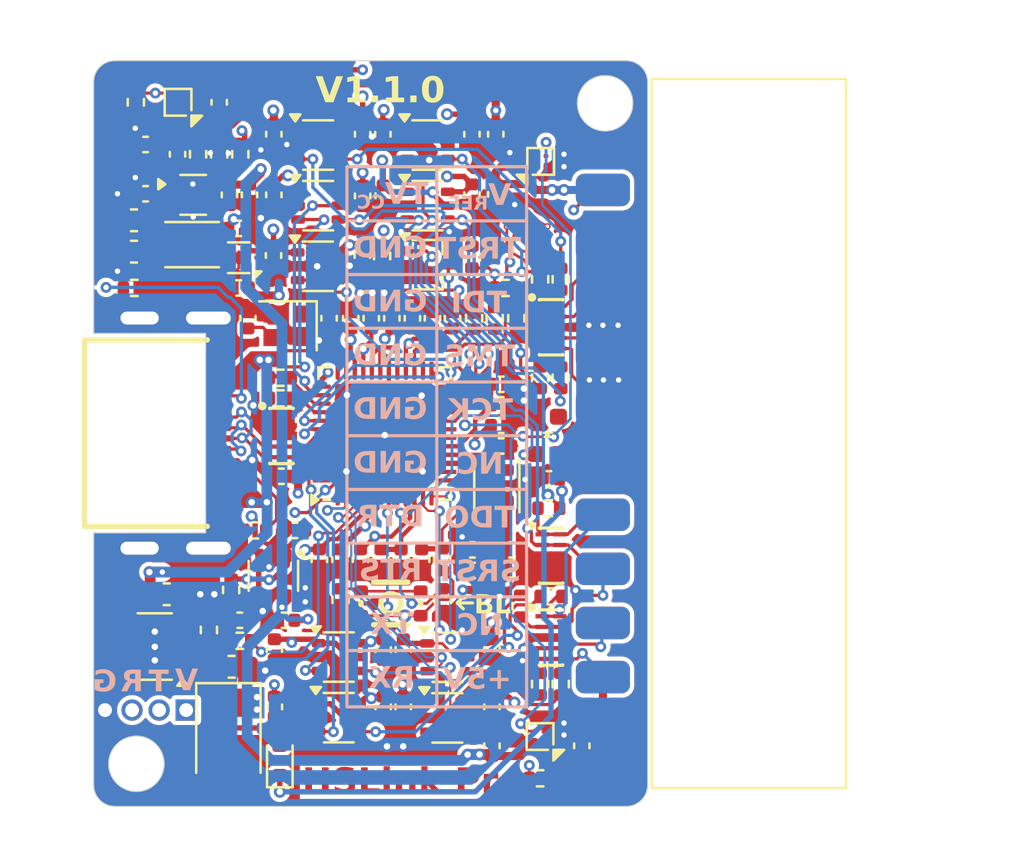
<source format=kicad_pcb>
(kicad_pcb (version 20241129) (generator "pcbnew") (generator_version "9.0")
  (layers (0 "F.Cu" signal) (4 "In1.Cu" power) (6 "In2.Cu" signal) (2 "B.Cu" signal) (13 "F.Paste" user) (15 "B.Paste" user) (5 "F.SilkS" user "F.Silkscreen") (7 "B.SilkS" user "B.Silkscreen") (1 "F.Mask" user) (3 "B.Mask" user) (25 "Edge.Cuts" user) (39 "User.1" signal) (41 "User.2" signal))
  (net 0 "")
  (net 1 "GND")
  (net 2 "Net-(U1A-VDD_PMCCAP)")
  (net 3 "Net-(U1A-VDD_OTPCAP)")
  (net 4 "+3V3")
  (net 5 "VDD_SOC")
  (net 6 "/XIN")
  (net 7 "/XOUT")
  (net 8 "/NRST")
  (net 9 "VEE")
  (net 10 "+5V")
  (net 11 "/Power/TRANS_FB")
  (net 12 "TRANS_VCC")
  (net 13 "/Power/TRANS_VREF")
  (net 14 "Net-(C52-Pad1)")
  (net 15 "Net-(U13-+)")
  (net 16 "VBUS")
  (net 18 "/BOOT0")
  (net 19 "/Interface /UART_RTS")
  (net 20 "/Interface /UART_TX")
  (net 21 "/Interface /SWDIO{slash}TMS")
  (net 22 "/Interface /<NO NET>")
  (net 24 "+5V_OUT")
  (net 25 "/Interface /SRST")
  (net 26 "/Interface /UART_DTR")
  (net 27 "/Interface /SWCLK{slash}TCK")
  (net 29 "/Interface /TDO")
  (net 30 "/Interface /UART_RX")
  (net 31 "TRANS_VCC_OUT")
  (net 32 "/Interface /TRST")
  (net 33 "/VREF")
  (net 35 "Net-(J2-CC1)")
  (net 37 "/USB_D-")
  (net 38 "/USB_D+")
  (net 39 "Net-(J2-CC2)")
  (net 40 "/BOOT1")
  (net 41 "Net-(U1A-DCDC_LP)")
  (net 42 "/P_EN")
  (net 43 "Net-(D1-VDD)")
  (net 44 "/TRANS_PWM")
  (net 45 "/ADC_VREF")
  (net 46 "/ADC_TVCC")
  (net 47 "Net-(U14-SET)")
  (net 48 "/TRST")
  (net 49 "/SPI_CS")
  (net 51 "/SRST")
  (net 52 "/TDO")
  (net 53 "/UART_RX")
  (net 54 "Net-(U10-SW)")
  (net 56 "/UART_RTS")
  (net 57 "/UART_DTR")
  (net 58 "/SWDIO{slash}TMS")
  (net 59 "/SWCLK{slash}TCK")
  (net 60 "/TDI")
  (net 62 "/SWDIO_DIR")
  (net 63 "/UART_TX")
  (net 64 "Net-(U1B-PA28{slash}I2C3.SDA{slash}SPI1.MISO{slash}XPI0.CA_D0{slash}TRGM0.P04)")
  (net 65 "Net-(U1B-PA29{slash}I2C3.SCL{slash}SPI1.MOSI{slash}XPI0.CA_D2{slash}TRGM0.P05{slash}USB0.OC)")
  (net 67 "/ISP_RX")
  (net 68 "/ISP_TX")
  (net 69 "Net-(U2-B)")
  (net 70 "Net-(U3-B)")
  (net 71 "Net-(U4-B)")
  (net 72 "Net-(U5-B)")
  (net 73 "Net-(U6-B)")
  (net 74 "/PORT_EN")
  (net 75 "Net-(U8-B)")
  (net 76 "Net-(U9-B)")
  (net 77 "Net-(U11-B)")
  (net 78 "Net-(U12-B)")
  (footprint "Capacitor_SMD:C_0402_1005Metric" (layer "F.Cu") (at 95.2754 33.274 180)
    (property "Reference" "C47")
    (property "Value" "0.1u")
  )
  (footprint "My USB Connector:USB-C-SMD_CX90M-16P" (layer "F.Cu") (at 96.919733 44.507283 -90)
    (property "Reference" "J2" (hide yes))
    (property "Value" "USB_C_Receptacle_USB2.0")
  )
  (footprint "Capacitor_SMD:C_0402_1005Metric" (layer "F.Cu") (at 103.4288 50.4444 -90)
    (property "Reference" "C18")
    (property "Value" "0.1u")
  )
  (footprint "Resistor_SMD:R_0402_1005Metric" (layer "F.Cu") (at 109.22 52.324 -90)
    (property "Reference" "R17")
    (property "Value" "10k")
  )
  (footprint "Package_TO_SOT_SMD:SOT-353_SC-70-5" (layer "F.Cu") (at 101.2724 51.2064 -90)
    (property "Reference" "U13")
    (property "Value" "LMV321")
  )
  (footprint "Capacitor_SMD:C_0402_1005Metric" (layer "F.Cu") (at 110.617 50.9524 180)
    (property "Reference" "C7" (hide yes))
    (property "Value" "22u")
  )
  (footprint "Resistor_SMD:R_0402_1005Metric" (layer "F.Cu") (at 99.7204 31.4198 90)
    (property "Reference" "R5")
    (property "Value" "100k")
  )
  (footprint "Capacitor_SMD:C_0402_1005Metric" (layer "F.Cu") (at 111.7092 33.2994 -90)
    (property "Reference" "C61")
    (property "Value" "1u")
  )
  (footprint "Resistor_SMD:R_0402_1005Metric" (layer "F.Cu") (at 110.6932 39.116 90)
    (property "Reference" "R10")
    (property "Value" "100k")
  )
  (footprint "ESD-TVS:DFN-10_L2.5-W1.0-P0.50-BL-A" (layer "F.Cu") (at 114.3 54.102 -90)
    (property "Reference" "U18")
    (property "Value" "ESD0524P")
  )
  (footprint "Package_TO_SOT_SMD:SOT-363_SC-70-6" (layer "F.Cu") (at 108.5088 33.8328)
    (property "Reference" "U2")
    (property "Value" "SN74LVC1T45DCK")
  )
  (footprint "Capacitor_SMD:C_0402_1005Metric" (layer "F.Cu") (at 105.3592 50.4444 -90)
    (property "Reference" "C17")
    (property "Value" "0.1u")
  )
  (footprint "Package_TO_SOT_SMD:SOT-363_SC-70-6" (layer "F.Cu") (at 109.4384 57.8716)
    (property "Reference" "U9")
    (property "Value" "SN74LVC1T45DCK")
  )
  (footprint "Capacitor_SMD:C_0402_1005Metric" (layer "F.Cu") (at 106.8324 39.1186 90)
    (property "Reference" "C11")
    (property "Value" "0.1u")
  )
  (footprint "Crystal:Crystal_SMD_2016-4Pin_2.0x1.6mm" (layer "F.Cu") (at 101.9556 39.4716 180)
    (property "Reference" "Y1")
    (property "Value" "24M")
  )
  (footprint "LOGO" (layer "F.Cu") (at 113.1824 35.3568)
    (property "Reference" "G***" (hide yes))
    (property "Value" "LOGO" (hide yes))
  )
  (footprint "Resistor_SMD:R_0402_1005Metric" (layer "F.Cu") (at 99.6976 54.2544 180)
    (property "Reference" "R7")
    (property "Value" "88.7k")
  )
  (footprint "Capacitor_SMD:C_0402_1005Metric" (layer "F.Cu") (at 111.5314 59.182 90)
    (property "Reference" "C51")
    (property "Value" "1u")
  )
  (footprint "Capacitor_SMD:C_0402_1005Metric" (layer "F.Cu") (at 107.3658 57.3532 90)
    (property "Reference" "C44")
    (property "Value" "0.1u")
  )
  (footprint "Capacitor_SMD:C_0402_1005Metric" (layer "F.Cu") (at 111.9632 44.1452)
    (property "Reference" "C4")
    (property "Value" "10u")
  )
  (footprint "Capacitor_SMD:C_0402_1005Metric" (layer "F.Cu") (at 111.5364 54.6608 -90)
    (property "Reference" "C37")
    (property "Value" "0.1u")
  )
  (footprint "Resistor_SMD:R_0402_1005Metric" (layer "F.Cu") (at 104.4194 52.324 -90)
    (property "Reference" "R18")
    (property "Value" "10k")
  )
  (footprint "Package_TO_SOT_SMD:SOT-363_SC-70-6" (layer "F.Cu") (at 103.378 33.8328)
    (property "Reference" "U3")
    (property "Value" "SN74LVC1T45DCK")
  )
  (footprint "Resistor_SMD:R_0402_1005Metric" (layer "F.Cu") (at 101.6 42.8752)
    (property "Reference" "R22" (hide yes))
    (property "Value" "22R")
  )
  (footprint "Capacitor_SMD:C_0402_1005Metric" (layer "F.Cu") (at 107.3708 54.6608 90)
    (property "Reference" "C36")
    (property "Value" "0.1u")
  )
  (footprint "Diode_SMD:D_SOD-523" (layer "F.Cu") (at 101.5746 59.8678 90)
    (property "Reference" "D2")
    (property "Value" "1N5819")
  )
  (footprint "Capacitor_SMD:C_0402_1005Metric" (layer "F.Cu") (at 99.2124 33.3274 -90)
    (property "Reference" "C34" (hide yes))
    (property "Value" "0.1u")
  )
  (footprint "Capacitor_SMD:C_0402_1005Metric" (layer "F.Cu") (at 111.9632 42.2148)
    (property "Reference" "C1")
    (property "Value" "0.1u")
  )
  (footprint "Package_CSP:WLCSP-4-X1-WLB0909-4_0.89x0.89mm_P0.5mm" (layer "F.Cu") (at 113.788 58.7462 180)
    (property "Reference" "U20")
    (property "Value" "AW3512")
  )
  (footprint "Capacitor_SMD:C_0402_1005Metric" (layer "F.Cu") (at 99.6442 37.6936 180)
    (property "Reference" "C49")
    (property "Value" "1u")
  )
  (footprint "Inductor_SMD:L_Murata_DFE201610P" (layer "F.Cu") (at 111.76 46.9646 90)
    (property "Reference" "L1")
    (property "Value" "4.7uH")
  )
  (footprint "Package_TO_SOT_SMD:SOT-363_SC-70-6" (layer "F.Cu") (at 103.378 30.988)
    (property "Reference" "U6")
    (property "Value" "SN74LVC1T45DCK")
  )
  (footprint "Resistor_SMD:R_0402_1005Metric" (layer "F.Cu") (at 94.742 37.6936)
    (property "Reference" "R14")
    (property "Value" "5.1k")
  )
  (footprint "Resistor_SMD:R_0402_1005Metric" (layer "F.Cu") (at 113.792 41.91 90)
    (property "Reference" "R25")
    (property "Value" "22R")
  )
  (footprint "Package_TO_SOT_SMD:SOT-363_SC-70-6" (layer "F.Cu") (at 104.3432 57.8612)
    (property "Reference" "U12")
    (property "Value" "SN74LVC1T45DCK")
  )
  (footprint "Capacitor_SMD:C_0402_1005Metric" (layer "F.Cu") (at 105.4456 36.1696 -90)
    (property "Reference" "C33")
    (property "Value" "0.1u")
  )
  (footprint "Capacitor_SMD:C_0402_1005Metric" (layer "F.Cu") (at 101.6508 46.5328 180)
    (property "Reference" "C19")
    (property "Value" "0.1u")
  )
  (footprint "Capacitor_SMD:C_0402_1005Metric" (layer "F.Cu") (at 103.886 39.116 90)
    (property "Reference" "C21")
    (property "Value" "15p")
  )
  (footprint "Package_CSP:WLCSP-4-X1-WLB0909-4_0.89x0.89mm_P0.5mm" (layer "F.Cu") (at 96.7994 28.9814 180)
    (property "Reference" "U22")
    (property "Value" "AW3512")
  )
  (footprint "Capacitor_SMD:C_0402_1005Metric" (layer "F.Cu") (at 105.8672 39.1186 90)
    (property "Reference" "C20")
    (property "Value" "0.1u")
  )
  (footprint "Resistor_SMD:R_0402_1005Metric" (layer "F.Cu") (at 98.7298 31.4198 90)
    (property "Reference" "R6")
    (property "Value" "15.8k")
  )
  (footprint "Capacitor_SMD:C_0402_1005Metric" (layer "F.Cu") (at 107.7976 39.1186 90)
    (property "Reference" "C12")
    (property "Value" "0.1u")
  )
  (footprint "Resistor_SMD:R_0402_1005Metric" (layer "F.Cu") (at 113.792 56.2864 90)
    (property "Reference" "R30")
    (property "Value" "100R")
  )
  (footprint "Capacitor_SMD:C_0402_1005Metric" (layer "F.Cu") (at 101.7778 53.2892 180)
    (property "Reference" "C53")
    (property "Value" "0.1u")
  )
  (footprint "Capacitor_SMD:C_0402_1005Metric" (layer "F.Cu") (at 101.28 36.1696 90)
    (property "Reference" "C32")
    (property "Value" "0.1u")
  )
  (footprint "Package_TO_SOT_SMD:SOT-23-5" (layer "F.Cu") (at 95.707202 54.522499 180)
    (property "Reference" "U14")
    (property "Value" "MT9700")
  )
  (footprint "Capacitor_SMD:C_0402_1005Metric" (layer "F.Cu") (at 111.5314 57.3532 -90)
    (property "Reference" "C45")
    (property "Value" "0.1u")
  )
  (footprint "Capacitor_SMD:C_0402_1005Metric" (layer "F.Cu") (at 106.3244 50.4444 -90)
    (property "Reference" "C6")
    (property "Value" "4.7u")
  )
  (footprint "Capacitor_SMD:C_0603_1608Metric" (layer "F.Cu") (at 96.266 52.07)
    (property "Reference" "C56")
    (property "Value" "10u")
  )
  (footprint "Capacitor_SMD:C_0402_1005Metric" (layer "F.Cu") (at 100.1522 33.3248 -90)
    (property "Reference" "C40")
    (property "Value" "4.7u")
  )
  (footprint "Resistor_SMD:R_0402_1005Metric" (layer "F.Cu") (at 111.6584 39.116 -90)
    (property "Reference" "R9")
    (property "Value" "100k")
  )
  (footprint "Capacitor_SMD:C_0402_1005Metric" (layer "F.Cu") (at 106.4108 30.48 90)
    (property "Reference" "C26")
    (property "Value" "0.1u")
  )
  (footprint "Package_CSP:WLCSP-4-X1-WLB0909-4_0.89x0.89mm_P0.5mm" (layer "F.Cu") (at 113.8174 31.754 90)
    (property "Reference" "U21")
    (property "Value" "AW3512")
  )
  (footprint "Resistor_SMD:R_0402_1005Metric" (layer "F.Cu") (at 94.8182 28.9814 -90)
    (property "Reference" "R2")
    (property "Value" "100k")
  )
  (footprint "Resistor_SMD:R_0402_1005Metric" (layer "F.Cu") (at 113.792 60.706)
    (property "Reference" "R21")
    (property "Value" "100k")
  )
  (footprint "Capacitor_SMD:C_0402_1005Metric" (layer "F.Cu") (at 106.426 33.3652 90)
    (property "Reference" "C28")
    (property "Value" "0.1u")
  )
  (footprint "Resistor_SMD:R_0402_1005Metric" (layer "F.Cu") (at 109.1964 50.4444 90)
    (property "Reference" "R1")
    (property "Value" "10k")
  )
  (footprint "Capacitor_SMD:C_0402_1005Metric" (layer "F.Cu") (at 104.902 39.1186 90)
    (property "Reference" "C14")
    (property "Value" "0.1u")
  )
  (footprint "Resistor_SMD:R_0402_1005Metric" (layer "F.Cu") (at 100.4036 49.0728 180)
    (property "Reference" "R15")
    (property "Value" "5.1k")
  )
  (footprint "Package_TO_SOT_SMD:SOT-363_SC-70-6" (layer "F.Cu") (at 109.4384 55.0268)
    (property "Reference" "U8")
    (property "Value" "SN74LVC1T45DCK")
  )
  (footprint "Capacitor_SMD:C_0603_1608Metric" (layer "F.Cu") (at 99.314 55.4736 180)
    (property "Reference" "C55")
    (property "Value" "10u")
  )
  (footprint "Resistor_SMD:R_0402_1005Metric" (layer "F.Cu") (at 113.792 37.2872 -90)
    (property "Reference" "R27")
    (property "Value" "22R")
  )
  (footprint "Package_TO_SOT_SMD:SOT-363_SC-70-6" (layer "F.Cu") (at 108.5088 30.988)
    (property "Reference" "U5")
    (property "Value" "SN74LVC1T45DCK")
  )
  (footprint "Capacitor_SMD:C_0402_1005Metric" (layer "F.Cu") (at 108.7374 39.1186 90)
    (property "Reference" "C15")
    (property "Value" "0.1u")
  )
  (footprint "Capacitor_SMD:C_0402_1005Metric" (layer "F.Cu") (at 111.7092 30.48 -90)
    (property "Reference" "C60")
    (property "Value" "1u")
  )
  (footprint "Capacitor_SMD:C_0402_1005Metric" (layer "F.Cu") (at 109.6772 39.116 90)
    (property "Reference" "C16")
    (property "Value" "0.1u")
  )
  (footprint "Capacitor_SMD:C_0402_1005Metric" (layer "F.Cu") (at 107.266 50.4472 -90)
    (property "Reference" "C3")
    (property "Value" "0.1u")
  )
  (footprint "Connector_PinHeader_1.27mm:PinHeader_1x04_P1.27mm_Vertical" (layer "F.Cu") (at 97.1804 57.5056 -90)
    (property "Reference" "J3" (hide yes))
    (property "Value" "Header 1.27 4P")
  )
  (footprint "Resistor_SMD:R_0402_1005Metric" (layer "F.Cu") (at 98.2472 53.7464 90)
    (property "Reference" "R16")
    (property "Value" "4.7k")
  )
  (footprint "Capacitor_SMD:C_0402_1005Metric" (layer "F.Cu") (at 101.3206 57.3532 90)
    (property "Reference" "C38")
    (property "Value" "0.1u")
  )
  (footprint "Resistor_SMD:R_0402_1005Metric" (layer "F.Cu") (at 114.7572 41.91 90)
    (property "Reference" "R24")
    (property "Value" "22R")
  )
  (footprint "Capacitor_SMD:C_0402_1005Metric" (layer "F.Cu") (at 98.7298 28.9814 90)
    (property "Reference" "C63")
    (property "Value" "1u")
  )
  (footprint "Capacitor_SMD:C_0402_1005Metric" (layer "F.Cu") (at 114.203 46.6504 180)
    (property "Reference" "C57")
    (property "Value" "0.1u")
  )
  (footprint "Resistor_SMD:R_0402_1005Metric" (layer "F.Cu") (at 97.7392 31.4198 -90)
    (property "Reference" "R4")
    (property "Value" "100k")
  )
  (footprint "ESD-TVS:DFN-10_L2.5-W1.0-P0.50-BL-A" (layer "F.Cu") (at 101.6508 44.6388 -90)
    (property "Reference" "U15")
    (property "Value" "ESD0524P")
  )
  (footprint "Capacitor_SMD:C_0402_1005Metric" (layer "F.Cu") (at 110.5916 30.48 -90)
    (property "Reference" "C27")
    (property "Value" "0.1u")
  )
  (footprint "Resistor_SMD:R_0402_1005Metric" (layer "F.Cu") (at 114.1984 48.0314 180)
    (property "Reference" "R26")
    (property "Value" "22R")
  )
  (footprint "Resistor_SMD:R_0402_1005Metric" (layer "F.Cu") (at 112.6744 39.116 -90)
    (property "Reference" "R12")
    (property "Value" "100k")
  )
  (footprint "LOGO" (layer "F.Cu") (at 113.1824 35.3568)
    (property "Reference" "G***" (hide yes))
    (property "Value" "LOGO" (hide yes))
  )
  (footprint "Resistor_SMD:R_0402_1005Metric" (layer "F.Cu") (at 112.8776 52.6288 -90)
    (property "Reference" "R33")
    (property "Value" "100R")
  )
  (footprint "Inductor_SMD:L_Murata_DFE201610P" (layer "F.Cu") (at 97.4598 35.6616 180)
    (property "Reference" "L2")
    (property "Value" "2.2uH")
  )
  (footprint "Capacitor_SMD:C_0402_1005Metric" (layer "F.Cu") (at 101.2952 33.3248 90)
    (property "Reference" "C30")
    (property "Value" "0.1u")
  )
  (footprint "Capacitor_SMD:C_0402_1005Metric" (layer "F.Cu") (at 110.5916 33.3144 -90)
    (property "Reference" "C29")
    (property "Value" "0.1u")
  )
  (footprint "Capacitor_SMD:C_0402_1005Metric" (layer "F.Cu") (at 106.426 54.668 -90)
    (property "Reference" "C43")
    (property "Value" "0.1u")
  )
  (footprint "Capacitor_SMD:C_0603_1608Metric" (layer "F.Cu") (at 94.729 35.9918 180)
    (property "Reference" "C41")
    (property "Value" "22u")
  )
  (footprint "connector:Conn_02x10_IDC_SMD" (layer "F.Cu") (at 116.7384 33.0968 -90)
    (property "Reference" "J1")
    (property "Value" "IDC 2x10p 夹板")
  )
  (footprint "Capacitor_SMD:C_0402_1005Metric" (layer "F.Cu") (at 106.426 57.3532 -90)
    (property "Reference" "C39")
    (property "Value" "0.1u")
  )
  (footprint "LOGO" (layer "F.Cu") (at 135.4074 36.3728)
    (property "Reference" "G***" (hide yes))
    (property "Value" "LOGO" (hide yes))
  )
  (footprint "Package_TO_SOT_SMD:SOT-363_SC-70-6" (layer "F.Cu") (at 104.3432 55.0164)
    (property "Reference" "U11")
    (property "Value" "SN74LVC1T45DCK")
  )
  (footprint "Resistor_SMD:R_0402_1005Metric" (layer "F.Cu") (at 114.7572 37.2872 -90)
    (property "Reference" "R28")
    (property "Value" "100R")
  )
  (footprint "Capacitor_SMD:C_0402_1005Metric" (layer "F.Cu") (at 112.4432 49.9872)
    (property "Reference" "C9")
    (property "Value" "10u")
  )
  (footprint "Resistor_SMD:R_0402_1005Metric" (layer "F.Cu") (at 99.2912 51.8668 90)
    (property "Reference" "R8")
    (property "Value" "150k")
  )
  (footprint "Capacitor_Tantalum_SMD:CP_EIA-3528-21_Kemet-B" (layer "F.Cu") (at 99.1616 58.6994 -90)
    (property "Reference" "C58")
    (property "Value" "100u")
  )
  (footprint "Capacitor_SMD:C_0402_1005Metric" (layer "F.Cu") (at 111.9632 45.1104)
    (property "Reference" "C5")
    (property "Value" "0.1u")
  )
  (footprint "Resistor_SMD:R_0402_1005Metric" (layer "F.Cu") (at 112.1664 37.6936)
    (property "Reference" "R11")
    (property "Value" "100k")
  )
  (footprint "MyLED:LED_WS2812_0807" (layer "F.Cu") (at 114.1588 44.6282 -90)
    (property "Reference" "D1")
    (property "Value" "WS2812B")
  )
  (footprint "Package_TO_SOT_SMD:SOT-323_SC-70" (layer "F.Cu") (at 108.4834 36.6023)
    (property "Reference" "Q1" (hide yes))
    (property "Value" "2N7002")
  )
  (footprint "ESD-TVS:DFN-10_L2.5-W1.0-P0.50-BL-A" (layer "F.Cu") (at 114.3046 39.5384 -90)
    (property "Reference" "U16")
    (property "Value" "ESD0524P")
  )
  (footprint "Capacitor_SMD:C_0402_1005Metric" (layer "F.Cu") (at 105.4608 33.3756 -90)
    (property "Reference" "C31")
    (property "Value" "0.1u")
  )
  (footprint "Package_DFN_QFN:OnSemi_XDFN4-1EP_1.0x1.0mm_EP0.52x0.52mm" (layer "F.Cu") (at 99.6442 36.2764 180)
    (property "Reference" "U19")
    (property "Value" "ME6211C33U4G")
  )
  (footprint "Resistor_SMD:R_0402_1005Metric" (layer "F.Cu") (at 106.3752 36.195 -90)
    (property "Reference" "R3")
    (property "Value" "100k")
  )
  (footprint "Capacitor_SMD:C_0402_1005Metric" (layer "F.Cu") (at 96.774 31.4198 -90)
    (property "Reference" "C50")
    (property "Value" "6.8p")
  )
  (footprint "Capacitor_SMD:C_0402_1005Metric" (layer "F.Cu") (at 99.6442 34.8996)
    (property "Reference" "C48")
    (property "Value" "1u")
  )
  (footprint "Package_TO_SOT_SMD:SOT-363_SC-70-6" (layer "F.Cu") (at 103.3628 36.6776)
    (property "Reference" "U4")
    (property "Value" "SN74LVC1T45DCK")
  )
  (footprint "Package_TO_SOT_SMD:SOT-563" (layer "F.Cu") (at 97.5106 33.3248)
    (property "Reference" "U10")
    (property "Value" "TLV62568DRL")
  )
  (footprint "Capacitor_SMD:C_0402_1005Metric" (layer "F.Cu") (at 102.2832 49.0728 180)
    (property "Reference" "C54")
    (property "Value" "1n")
  )
  (footprint "Package_DFN_QFN:QFN-48-1EP_6x6mm_P0.4mm_EP4.2x4.2mm" (layer "F.Cu") (at 106.4924 44.5268 90)
    (property "Reference" "U1")
    (property "Value" "HPM5301IEG1")
  )
  (footprint "Capacitor_SMD:C_0402_1005Metric" (layer "F.Cu") (at 115.7478 59.182 90)
    (property "Reference" "C59")
    (property "Value" "1u")
  )
  (footprint "LOGO" (layer "F.Cu") (at 123.7742 38.9382)
    (property "Reference" "G***" (hide yes))
    (property "Value" "LOGO" (hide yes))
  )
  (footprint "Capacitor_SMD:C_0402_1005Metric" (layer "F.Cu") (at 110.6144 49.9872 180)
    (property "Reference" "C10")
    (property "Value" "0.1u")
  )
  (footprint "Resistor_SMD:R_0402_1005Metric" (layer "F.Cu") (at 110.5916 36.2458 90)
    (property "Reference" "R13")
    (property "Value" "1k")
  )
  (footprint "Capacitor_SMD:C_0402_1005Metric" (layer "F.Cu") (at 105.4608 30.48 -90)
    (property "Reference" "C25")
    (property "Value" "0.1u")
  )
  (footprint "Capacitor_SMD:C_0402_1005Metric" (layer "F.Cu") (at 112.4458 50.927)
    (property "Reference" "C8" (hide yes))
    (property "Value" "22u")
  )
  (footprint "Capacitor_SMD:C_0402_1005Metric" (layer "F.Cu") (at 104.394 50.4444 -90)
    (property "Reference" "C13")
    (property "Value" "0.1u")
  )
  (footprint "Resistor_SMD:R_0402_1005Metric" (layer "F.Cu") (at 114.3 52.1716)
    (property "Reference" "R32")
    (property "Value" "100R")
  )
  (footprint "Resistor_SMD:R_0402_1005Metric" (layer "F.Cu") (at 101.6 41.91)
    (property "Reference" "R23" (hide yes))
    (property "Value" "22R")
  )
  (footprint "Capacitor_SMD:C_0402_1005Metric" (layer "F.Cu") (at 100.076 39.116 90)
    (property "Reference" "C22")
    (property "Value" "15p")
  )
  (footprint "Capacitor_SMD:C_0402_1005Metric" (layer "F.Cu") (at 101.2952 30.48 90)
    (property "Reference" "C24")
    (property "Value" "0.1u")
  )
  (footprint "Capacitor_SMD:C_0402_1005Metric" (layer "F.Cu") (at 99.6976 53.2892)
    (property "Reference" "C52")
    (property "Value" "1n")
  )
  (footprint "Capacitor_SMD:C_0402_1005Metric" (layer "F.Cu") (at 101.3206 54.6608 90)
    (property "Reference" "C42")
    (property "Value" "0.1u")
  )
  (footprint "Capacitor_SMD:C_0603_1608Metric" (layer "F.Cu") (at 94.729 34.5186 180)
    (property "Reference" "C46")
    (property "Value" "22u")
  )
  (footprint "Capacitor_SMD:C_0402_1005Metric" (layer "F.Cu") (at 111.9632 43.18)
    (property "Reference" "C2")
    (property "Value" "4.7u")
  )
  (footprint "Capacitor_SMD:C_0402_1005Metric" (layer "F.Cu") (at 95.2754 30.9626 180)
    (property "Reference" "C62")
    (property "Value" "1u")
  )
  (footprint "Capacitor_SMD:C_0402_1005Metric" (layer "F.Cu") (at 108.2312 50.4444 -90)
    (property "Reference" "C23")
    (property "Value" "0.1u")
  )
  (footprint "Resistor_SMD:R_0402_1005Metric" (layer "F.Cu") (at 114.7572 56.2864 90)
    (property "Reference" "R31")
    (property "Value" "100R")
  )
  (footprint "ESD-TVS:DFN-10_L2.5-W1.0-P0.50-BL-A" (layer "F.Cu") (at 114.3046 50.2572 -90)
    (property "Reference" "U17")
    (property "Value" "ESD0524P")
  )
  (footprint "My Switch:SW-SMD_4P-L2.8-W1.9-P1.20-LS3.0_1TS028A" (layer "F.Cu") (at 106.7816 52.5018)
    (property "Reference" "SW1" (hide yes))
    (property "Value" "1TS028A-1900-0600-CT")
  )
  (gr_poly (pts (xy 99.822 47.9806) (xy 99.314 47.4726) (xy 99.822 47.4726)) (stroke (width 0.0762)) (fill yes) (layer "F.Cu") (net 16))
  (gr_poly (pts (xy 99.9236 56.4896) (xy 99.9236 57.8358) (xy 100.7872 57.8358) (xy 100.7872 56.4896)) (stroke (width 0.127)) (fill yes) (layer "F.Cu") (net 10))
  (gr_poly (pts (xy 98.298 46.5836) (xy 98.298 47.4472) (xy 99.8474 47.4472) (xy 99.8474 46.5836)) (stroke (width 0.0762)) (fill yes) (layer "F.Cu") (net 16))
  (gr_poly (pts (xy 110.7186 51.2572) (xy 110.6424 47.3456) (xy 112.3442 47.3456) (xy 112.3442 51.2572) (xy 112.1918 51.4096) (xy 110.871 51.4096)) (stroke (width 0.2)) (fill yes) (layer "F.Cu") (net 5))
  (gr_poly (pts (xy 99.8474 46.5836) (xy 101.0158 47.752) (xy 100.8888 47.879) (xy 99.8474 47.879)) (stroke (width 0.0762)) (fill yes) (layer "F.Cu") (net 16))
  (gr_poly (pts (xy 98.298 42.418) (xy 98.2726 42.3926) (xy 98.2726 41.5798) (xy 99.3648 41.5798) (xy 100.203 40.7416) (xy 100.2284 40.7162) (xy 101.4476 40.7162) (xy 101.4476 41.3512) (xy 100.7364 41.3512) (xy 100.457 41.6306) (xy 100.457 42.2402) (xy 100.2792 42.418)) (stroke (width 0.1016)) (fill yes) (layer "F.Cu") (net 16))
  (gr_poly (pts (xy 99.822 47.4472) (xy 99.822 47.9806) (xy 101.1428 47.9806) (xy 101.1428 47.5996) (xy 100.9904 47.4472)) (stroke (width 0.0762)) (fill yes) (layer "F.Cu") (net 16))
  (gr_poly (pts (xy 99.9236 56.4896) (xy 99.9236 57.8358) (xy 100.7872 57.8358) (xy 100.7872 56.4896)) (stroke (width 0.127)) (fill yes) (layer "B.Cu") (net 10))
  (gr_line (start 110.1852 52.7558) (end 109.9058 52.4764) (stroke (width 0.15)) (layer "F.SilkS"))
  (gr_line (start 109.9058 52.4764) (end 110.1852 52.197) (stroke (width 0.15)) (layer "F.SilkS"))
  (gr_line (start 110.617 52.4764) (end 109.9058 52.4764) (stroke (width 0.15)) (layer "F.SilkS"))
  (gr_line (start 108.9406 32.004) (end 108.9406 57.3532) (stroke (width 0.15)) (layer "B.SilkS"))
  (gr_line (start 113.157 39.5859) (end 104.7242 39.5859) (stroke (width 0.15)) (layer "B.SilkS"))
  (gr_line (start 113.157 34.544) (end 104.7242 34.544) (stroke (width 0.15)) (layer "B.SilkS"))
  (gr_line (start 113.157 32.004) (end 113.157 57.3532) (stroke (width 0.15)) (layer "B.SilkS"))
  (gr_line (start 113.157 52.19065) (end 104.7242 52.19065) (stroke (width 0.15)) (layer "B.SilkS"))
  (gr_line (start 113.157 42.10685) (end 104.7242 42.10685) (stroke (width 0.15)) (layer "B.SilkS"))
  (gr_line (start 104.7242 57.3532) (end 104.7242 32.004) (stroke (width 0.15)) (layer "B.SilkS"))
  (gr_line (start 113.157 54.7116) (end 104.7242 54.7116) (stroke (width 0.15)) (layer "B.SilkS"))
  (gr_line (start 113.157 44.6278) (end 104.7242 44.6278) (stroke (width 0.15)) (layer "B.SilkS"))
  (gr_line (start 113.157 57.3532) (end 104.7242 57.3532) (stroke (width 0.15)) (layer "B.SilkS"))
  (gr_line (start 113.157 49.6697) (end 104.7242 49.6697) (stroke (width 0.15)) (layer "B.SilkS"))
  (gr_line (start 113.157 47.14875) (end 104.7242 47.14875) (stroke (width 0.15)) (layer "B.SilkS"))
  (gr_line (start 113.157 37.06495) (end 104.7242 37.06495) (stroke (width 0.15)) (layer "B.SilkS"))
  (gr_line (start 113.157 32.004) (end 104.7242 32.004) (stroke (width 0.15)) (layer "B.SilkS"))
  (gr_line (start 98.0948 49.184774) (end 92.8376 49.184774) (stroke (width 0.05)) (layer "Edge.Cuts"))
  (gr_arc (start 118.8376 61.0268) (mid 118.544707 61.733907) (end 117.8376 62.0268) (stroke (width 0.05)) (layer "Edge.Cuts"))
  (gr_line (start 98.093661 39.8272) (end 98.093661 49.184774) (stroke (width 0.05)) (layer "Edge.Cuts"))
  (gr_arc (start 93.8376 62.0268) (mid 93.130493 61.733907) (end 92.8376 61.0268) (stroke (width 0.05)) (layer "Edge.Cuts"))
  (gr_circle (center 116.84 29.0268) (end 118.14 29.0268) (stroke (width 0.05)) (fill no) (layer "Edge.Cuts"))
  (gr_arc (start 92.8376 28.0268) (mid 93.130493 27.319693) (end 93.8376 27.0268) (stroke (width 0.05)) (layer "Edge.Cuts"))
  (gr_arc (start 117.8376 27.0268) (mid 118.544707 27.319693) (end 118.8376 28.0268) (stroke (width 0.05)) (layer "Edge.Cuts"))
  (gr_line (start 92.8376 39.8272) (end 92.8376 28.0268) (stroke (width 0.05)) (layer "Edge.Cuts"))
  (gr_line (start 117.8376 62.0268) (end 93.8376 62.0268) (stroke (width 0.05)) (layer "Edge.Cuts"))
  (gr_line (start 92.8376 61.0268) (end 92.8376 49.187167) (stroke (width 0.05)) (layer "Edge.Cuts"))
  (gr_circle (center 94.8436 60.0268) (end 96.1436 60.0268) (stroke (width 0.05)) (fill no) (layer "Edge.Cuts"))
  (gr_line (start 117.8376 27.0268) (end 93.8376 27.0268) (stroke (width 0.05)) (layer "Edge.Cuts"))
  (gr_line (start 118.8376 28.0268) (end 118.8376 61.0268) (stroke (width 0.05)) (layer "Edge.Cuts"))
  (gr_line (start 92.8376 39.8272) (end 98.094733 39.8272) (stroke (width 0.05)) (layer "Edge.Cuts"))
  (gr_text "HSLink Pro" (at 102.616 61.6204 0) (layer "F.Cu") (effects (font (size 1.2 1.2) (thickness 0.3) (bold yes)) (justify left bottom)))
  (gr_text "BL" (at 110.690059 53.119199 0) (layer "F.SilkS") (effects (font (size 0.889 0.889)) (justify left bottom)))
  (gr_text "V1.1.0" (at 103.251362 29.1846 0) (layer "F.SilkS") (effects (font (size 1.2 1.2)) (justify left bottom)))
  (gr_text "NC" (at 112.0648 54.152798 0) (layer "B.SilkS") (effects (font (size 1 1)) (justify left bottom mirror)))
  (gr_text "SRST" (at 112.900599 51.629732 0) (layer "B.SilkS") (effects (font (size 1 1)) (justify left bottom mirror)))
  (gr_text "G" (at 93.9292 56.7944 0) (layer "B.SilkS") (effects (font (size 1 1)) (justify left bottom mirror)))
  (gr_text "GND" (at 108.497109 46.5328 0) (layer "B.SilkS") (effects (font (size 1 1)) (justify left bottom mirror)))
  (gr_text "TDO" (at 112.596761 49.106666 0) (layer "B.SilkS") (effects (font (size 1 1)) (justify left bottom mirror)))
  (gr_text "RX" (at 107.906529 56.62507 0) (layer "B.SilkS") (effects (font (size 1 1)) (justify left bottom mirror)))
  (gr_text "TDI" (at 112.234305 39.014402 0) (layer "B.SilkS") (effects (font (size 1 1)) (justify left bottom mirror)))
  (gr_text "TRST" (at 112.890829 36.491336 0) (layer "B.SilkS") (effects (font (size 1 1)) (justify left bottom mirror)))
  (gr_text "TCK" (at 112.517626 44.060534 0) (layer "B.SilkS") (effects (font (size 1 1)) (justify left bottom mirror)))
  (gr_text "GND" (at 108.497109 41.486668 0) (layer "B.SilkS") (effects (font (size 1 1)) (justify left bottom mirror)))
  (gr_text "TV_{CC}" (at 108.544003 33.91747 0) (layer "B.SilkS") (effects (font (size 1 1)) (justify left bottom mirror)))
  (gr_text "T" (at 96.366292 56.7944 0) (layer "B.SilkS") (effects (font (size 1 1)) (justify left bottom mirror)))
  (gr_text "GND" (at 108.497109 44.009734 0) (layer "B.SilkS") (effects (font (size 1 1)) (justify left bottom mirror)))
  (gr_text "GND" (at 108.497109 36.440536 0) (layer "B.SilkS") (effects (font (size 1 1)) (justify left bottom mirror)))
  (gr_text "TMS" (at 112.610927 41.537468 0) (layer "B.SilkS") (effects (font (size 1 1)) (justify left bottom mirror)))
  (gr_text "R" (at 95.178032 56.7944 0) (layer "B.SilkS") (effects (font (size 1 1)) (justify left bottom mirror)))
  (gr_text "DTR" (at 108.352028 49.055866 0) (layer "B.SilkS") (effects (font (size 1 1)) (justify left bottom mirror)))
  (gr_text "V_{REF}" (at 112.434583 33.96827 0) (layer "B.SilkS") (effects (font (size 1 1)) (justify left bottom mirror)))
  (gr_text "GND" (at 108.497109 38.963602 0) (layer "B.SilkS") (effects (font (size 1 1)) (justify left bottom mirror)))
  (gr_text "V" (at 97.7392 56.7436 0) (layer "B.SilkS") (effects (font (size 1 1)) (justify left bottom mirror)))
  (gr_text "RTS" (at 108.258239 51.578932 0) (layer "B.SilkS") (effects (font (size 1 1)) (justify left bottom mirror)))
  (gr_text "+5V" (at 112.455589 56.67587 0) (layer "B.SilkS") (effects (font (size 1 1)) (justify left bottom mirror)))
  (gr_text "NC" (at 112.0648 46.5836 0) (layer "B.SilkS") (effects (font (size 1 1)) (justify left bottom mirror)))
  (gr_text "TX" (at 107.8484 54.101998 0) (layer "B.SilkS") (effects (font (size 1 1)) (justify left bottom mirror)))
  (segment (start 107.3556 59.1972) (end 107.3658 59.2074) (width 0.127) (layer "F.Cu") (net 1))
  (segment (start 103.3018 51.7398) (end 103.3018 52.388048) (width 0.127) (layer "F.Cu") (net 1))
  (segment (start 107.5588 30.988) (end 107.8738 30.988) (width 0.254) (layer "F.Cu") (net 1))
  (segment (start 101.9022 30.96) (end 101.9048 30.9626) (width 0.127) (layer "F.Cu") (net 1))
  (segment (start 116.7638 42.0116) (end 117.475 42.0116) (width 0.254) (layer "F.Cu") (net 1))
  (segment (start 106.426 33.8452) (end 106.426 34.142482) (width 0.254) (layer "F.Cu") (net 1))
  (segment (start 100.089 55.4736) (end 100.711 55.4736) (width 0.127) (layer "F.Cu") (net 1))
  (segment (start 113.8936 39.5384) (end 114.7156 39.5384) (width 0.127) (layer "F.Cu") (net 1))
  (segment (start 110.5916 30.96) (end 111.7092 30.96) (width 0.127) (layer "F.Cu") (net 1))
  (segment (start 99.6442 36.2764) (end 99.8042 36.2764) (width 0.254) (layer "F.Cu") (net 1))
  (segment (start 112.4432 43.18) (end 112.8268 43.18) (width 0.127) (layer "F.Cu") (net 1))
  (segment (start 111.7092 30.96) (end 111.986 30.96) (width 0.127) (layer "F.Cu") (net 1))
  (segment (start 111.250001 52.833999) (end 111.9124 52.1716) (width 0.1524) (layer "F.Cu") (net 1))
  (segment (start 98.7298 30.942131) (end 98.309302 31.362629) (width 0.127) (layer "F.Cu") (net 1))
  (segment (start 100.6602 33.9673) (end 100.6602 34.387764) (width 0.127) (layer "F.Cu") (net 1))
  (segment (start 107.2642 35.052) (end 109.5248 35.052) (width 0.254) (layer "F.Cu") (net 1))
  (segment (start 96.56473 34.29) (end 97.1296 34.29) (width 0.127) (layer "F.Cu") (net 1))
  (segment (start 101.2724 50.256401) (end 101.2724 50.576553) (width 0.381) (layer "F.Cu") (net 1))
  (segment (start 97.3017 33.0063) (end 97.4912 32.8168) (width 0.127) (layer "F.Cu") (net 1))
  (segment (start 100.1292 34.9046) (end 100.1242 34.8996) (width 0.254) (layer "F.Cu") (net 1))
  (segment (start 97.3017 33.01977) (end 97.3017 33.0063) (width 0.127) (layer "F.Cu") (net 1))
  (segment (start 96.4881 33.4837) (end 96.44063 33.4837) (width 0.127) (layer "F.Cu") (net 1))
  (segment (start 114.826707 51.2572) (end 115.452856 51.883349) (width 0.1524) (layer "F.Cu") (net 1))
  (segment (start 112.9232 49.9872) (end 112.9232 50.49) (width 0.127) (layer "F.Cu") (net 1))
  (segment (start 97.15557 33.1659) (end 97.3017 33.01977) (width 0.127) (layer "F.Cu") (net 1))
  (segment (start 100.771497 52.860551) (end 100.771383 52.860437) (width 0.254) (layer "F.Cu") (net 1))
  (segment (start 100.775832 52.861083) (end 100.772783 52.861083) (width 0.254) (layer "F.Cu") (net 1))
  (segment (start 101.2724 49.641751) (end 101.8032 49.110951) (width 0.381) (layer "F.Cu") (net 1))
  (segment (start 112.973093 51.2572) (end 113.8936 51.2572) (width 0.1524) (layer "F.Cu") (net 1))
  (segment (start 100.2792 45.7962) (end 100.2792 45.7708) (width 0.1016) (layer "F.Cu") (net 1))
  (segment (start 96.2945 33.62983) (end 96.2945 34.01977) (width 0.127) (layer "F.Cu") (net 1))
  (segment (start 106.426 34.142482) (end 107.2642 34.980682) (width 0.254) (layer "F.Cu") (net 1))
  (segment (start 101.2724 50.256401) (end 101.2724 49.641751) (width 0.381) (layer "F.Cu") (net 1))
  (segment (start 99.1642 37.6936) (end 99.1642 37.2338) (width 0.127) (layer "F.Cu") (net 1))
  (segment (start 96.647 33.3248) (end 96.4881 33.4837) (width 0.127) (layer "F.Cu") (net 1))
  (segment (start 99.8042 36.2764) (end 100.1292 35.9514) (width 0.254) (layer "F.Cu") (net 1))
  (segment (start 100.8227 33.8048) (end 100.6602 33.9673) (width 0.127) (layer "F.Cu") (net 1))
  (segment (start 100.784547 52.862374) (end 100.777123 52.862374) (width 0.254) (layer "F.Cu") (net 1))
  (segment (start 100.3616 38.9216) (end 100.076 38.636) (width 0.127) (layer "F.Cu") (net 1))
  (segment (start 99.505074 36.9025) (end 99.6442 36.763374) (width 0.127) (layer "F.Cu") (net 1))
  (segment (start 98.7298 30.9372) (end 99.1616 31.369) (width 0.127) (layer "F.Cu") (net 1))
  (segment (start 101.2724 50.576553) (end 101.067009 50.781944) (width 0.381) (layer "F.Cu") (net 1))
  (segment (start 107.8738 30.988) (end 108.585 31.6992) (width 0.254) (layer "F.Cu") (net 1))
  (segment (start 97.1296 34.29) (end 97.2058 34.3662) (width 0.127) (layer "F.Cu") (net 1))
  (segment (start 112.058693 52.1716) (end 112.973093 51.2572) (width 0.1524) (layer "F.Cu") (net 1))
  (segment (start 101.051 52.235318) (end 101.051 52.580306) (width 0.254) (layer "F.Cu") (net 1))
  (segment (start 110.1344 49.9872) (end 110.1344 49.3776) (width 0.127) (layer "F.Cu") (net 1))
  (segment (start 103.3018 52.388048) (end 103.317576 52.403824) (width 0.127) (layer "F.Cu") (net 1))
  (segment (start 114.0674 32.004) (end 114.9096 32.004) (width 0.127) (layer "F.Cu") (net 1))
  (segment (start 107.3556 57.8436) (end 107.3556 59.1972) (width 0.127) (layer "F.Cu") (net 1))
  (segment (start 105.526345 30.96) (end 105.898845 30.5875) (width 0.254) (layer "F.Cu") (net 1))
  (segment (start 95.718501 54.522499) (end 95.7072 54.5338) (width 0.127) (layer "F.Cu") (net 1))
  (segment (start 111.986 30.96) (end 112.3696 31.3436) (width 0.127) (layer "F.Cu") (net 1))
  (segment (start 100.1292 35.9514) (end 100.5818 35.9514) (width 0.254) (layer "F.Cu") (net 1))
  (segment (start 101.2444 46.5328) (end 101.8032 47.0916) (width 0.254) (layer "F.Cu") (net 1))
  (segment (start 100.711 55.4736) (end 100.8888 55.6514) (width 0.127) (layer "F.Cu") (net 1))
  (segment (start 102.6556 40.0216) (end 103.272702 40.0216) (width 0.127) (layer "F.Cu") (net 1))
  (segment (start 99.4955 36.9025) (end 99.505074 36.9025) (width 0.127) (layer "F.Cu") (net 1))
  (segment (start 104.8538 36.6496) (end 104.8512 36.6522) (width 0.127) (layer "F.Cu") (net 1))
  (segment (start 102.7684 51.330882) (end 102.7684 51.7652) (width 0.254) (layer "F.Cu") (net 1))
  (segment (start 100.1292 35.9514) (end 100.1292 34.9046) (width 0.254) (layer "F.Cu") (net 1))
  (segment (start 115.8908 39.5384) (end 115.9002 39.5478) (width 0.127) (layer "F.Cu") (net 1))
  (segment (start 100.771383 52.860437) (end 100.770869 52.860437) (width 0.254) (layer "F.Cu") (net 1))
  (segment (start 100.786513 52.860408) (end 100.784547 52.862374) (width 0.254) (layer "F.Cu") (net 1))
  (segment (start 115.7478 58.702) (end 114.9376 58.702) (width 0.127) (layer "F.Cu") (net 1))
  (segment (start 101.8032 47.0916) (end 101.8032 49.0728) (width 0.254) (layer "F.Cu") (net 1))
  (segment (start 110.1344 49.9872) (end 110.1344 50.4444) (width 0.127) (layer "F.Cu") (net 1))
  (segment (start 96.44063 33.4837) (end 96.2945 33.62983) (width 0.127) (layer "F.Cu") (net 1))
  (segment (start 103.4288 51.6128) (end 103.3018 51.7398) (width 0.254) (layer "F.Cu") (net 1))
  (segment (start 100.33 45.847) (end 100.2792 45.7962) (width 0.1016) (layer "F.Cu") (net 1))
  (segment (start 112.9232 50.49) (end 113.1824 50.7492) (width 0.127) (layer "F.Cu") (net 1))
  (segment (start 101.2952 30.96) (end 101.9022 30.96) (width 0.127) (layer "F.Cu") (net 1))
  (segment (start 94.7954 30.2032) (end 94.7928 30.2006) (width 0.127) (layer "F.Cu") (net 1))
  (segment (start 100.772783 52.861083) (end 100.772251 52.860551) (width 0.254) (layer "F.Cu") (net 1))
  (segment (start 114.7156 39.5384) (end 115.8908 39.5384) (width 0.127) (layer "F.Cu") (net 1))
  (segment (start 102.361918 50.9244) (end 101.051 52.235318) (width 0.254) (layer "F.Cu") (net 1))
  (segment (start 101.2556 38.9216) (end 100.3616 38.9216) (width 0.127) (layer "F.Cu") (net 1))
  (segment (start 96.798099 33.3248) (end 96.647 33.3248) (width 0.127) (layer "F.Cu") (net 1))
  (segment (start 97.2058 34.3662) (end 97.5106 34.3662) (width 0.127) (layer "F.Cu") (net 1))
  (segment (start 101.2952 30.96) (end 100.9422 30.96) (width 0.127) (layer "F.Cu") (net 1))
  (segment (start 100.777123 52.862374) (end 100.775832 52.861083) (width 0.254) (layer "F.Cu") (net 1))
  (segment (start 96.2945 34.01977) (end 96.56473 34.29) (width 0.127) (layer "F.Cu") (net 1))
  (segment (start 98.7298 30.909801) (end 98.7298 30.9372) (width 0.127) (layer "F.Cu") (net 1))
  (segment (start 101.2398 43.6388) (end 100.7634 43.6388) (width 0.254) (layer "F.Cu") (net 1))
  (segment (start 101.2952 33.8048) (end 100.8227 33.8048) (width 0.127) (layer "F.Cu") (net 1))
  (segment (start 97.041 52.07) (end 97.8408 52.07) (width 0.127) (layer "F.Cu") (net 1))
  (segment (start 112.4432 45.1104) (end 112.4432 45.5396) (width 0.127) (layer "F.Cu") (net 1))
  (segment (start 102.361918 50.9244) (end 103.4288 50.9244) (width 0.254) (layer "F.Cu") (net 1))
  (segment (start 113.723 46.6504) (end 113.1156 46.6504) (width 0.254) (layer "F.Cu") (net 1))
  (segment (start 96.9772 33.3248) (end 97.1361 33.1659) (width 0.127) (layer "F.Cu") (net 1))
  (segment (start 93.954 33.2746) (end 93.9546 33.274) (width 0.127) (layer "F.Cu") (net 1))
  (segment (start 107.2642 34.980682) (end 107.2642 35.052) (width 0.254) (layer "F.Cu") (net 1))
  (segment (start 100.9422 30.96) (end 100.6856 31.2166) (width 0.127) (layer "F.Cu") (net 1))
  (segment (start 109.221999 52.833999) (end 110.1344 53.7464) (width 0.1524) (layer "F.Cu") (net 1))
  (segment (start 97.1361 33.1659) (end 97.15557 33.1659) (width 0.127) (layer "F.Cu") (net 1))
  (segment (start 101.0158 46.5328) (end 100.33 45.847) (width 0.1016) (layer "F.Cu") (net 1))
  (segment (start 100.7634 43.6388) (end 100.33 43.2054) (width 0.254) (layer "F.Cu") (net 1))
  (segment (start 112.8268 43.18) (end 113.03 42.9768) (width 0.127) (layer "F.Cu") (net 1))
  (segment (start 101.051 52.580306) (end 100.770869 52.860437) (width 0.254) (layer "F.Cu") (net 1))
  (segment (start 103.272702 40.0216) (end 103.407718 40.156616) (width 0.127) (layer "F.Cu") (net 1))
  (segment (start 112.5956 33.7794) (end 112.5982 33.782) (width 0.127) (layer "F.Cu") (net 1))
  (segment (start 112.6744 39.625999) (end 113.806001 39.625999) (width 0.127) (layer "F.Cu") (net 1))
  (segment (start 99.1642 37.2338) (end 99.4955 36.9025) (width 0.127) (layer "F.Cu") (net 1))
  (segment (start 112.916585 55.1408) (end 111.5364 55.1408) (width 0.1524) (layer "F.Cu") (net 1))
  (segment (start 114.9376 58.702) (end 114.9096 58.674) (width 0.127) (layer "F.Cu") (net 1))
  (segment (start 110.1344 50.4444) (end 110.109 50.4698) (width 0.127) (layer "F.Cu") (net 1))
  (segment (start 105.8672 38.430168) (end 105.359232 37.9222) (width 0.127) (layer "F.Cu") (net 1))
  (segment (start 100.772251 52.860551) (end 100.771497 52.860551) (width 0.254) (layer "F.Cu") (net 1))
  (segment (start 111.7092 33.7794) (end 112.5956 33.7794) (width 0.127) (layer "F.Cu") (net 1))
  (segment (start 109.22 52.833999) (end 111.250001 52.833999) (width 0.1524) (layer "F.Cu") (net 1))
  (segment (start 105.4456 36.6496) (end 104.8538 36.6496) (width 0.127) (layer "F.Cu") (net 1))
  (segment (start 96.844702 54.522499) (end 95.718501 54.522499) (width 0.127) (layer "F.Cu") (net 1))
  (segment (start 93.954 34.5186) (end 93.954 33.2746) (width 0.127) (layer "F.Cu") (net 1))
  (segment (start 101.3004 53.2892) (end 100.871608 52.860408) (width 0.254) (layer "F.Cu") (net 1))
  (segment (start 113.1156 46.6504) (end 113.0808 46.6852) (width 0.254) (layer "F.Cu") (net 1))
  (segment (start 100.871608 52.860408) (end 100.786513 52.860408) (width 0.254) (layer "F.Cu") (net 1))
  (segment (start 102.361918 50.9244) (end 102.7684 51.330882) (width 0.254) (layer "F.Cu") (net 1))
  (segment (start 103.4288 50.9244) (end 103.4288 51.6128) (width 0.254) (layer "F.Cu") (net 1))
  (segment (start 111.9124 52.1716) (end 112.058693 52.1716) (width 0.1524) (layer "F.Cu") (net 1))
  (segment (start 100.5818 35.9514) (end 101.28 36.6496) (width 0.254) (layer "F.Cu") (net 1))
  (segment (start 94.7954 30.9626) (end 94.7954 30.2032) (width 0.127) (layer "F.Cu") (net 1))
  (segment (start 96.798099 33.3248) (end 96.9772 33.3248) (width 0.127) (layer "F.Cu") (net 1))
  (segment (start 100.6602 34.387764) (end 100.6856 34.413164) (width 0.127) (layer "F.Cu") (net 1))
  (segment (start 112.4432 43.18) (end 112.4432 42.2148) (width 0.127) (layer "F.Cu") (net 1))
  (segment (start 112.9629 55.187115) (end 112.916585 55.1408) (width 0.1524) (layer "F.Cu") (net 1))
  (segment (start 102.4128 36.6776) (end 103.3272 36.6776) (width 0.127) (layer "F.Cu") (net 1))
  (segment (start 99.6442 36.763374) (end 99.6442 36.2764) (width 0.127) (layer "F.Cu") (net 1))
  (via (at 100.2792 45.7708) (size 0.5588) (drill 0.3048) (layers "F.Cu" "B.Cu") (net 1))
  (via (at 95.7072 54.5338) (size 0.5588) (drill 0.3048) (layers "F.Cu" "B.Cu") (net 1))
  (via (at 93.9546 33.274) (size 0.508) (drill 0.254) (layers "F.Cu" "B.Cu") (net 1))
  (via (at 101.9048 30.9626) (size 0.508) (drill 0.254) (layers "F.Cu" "B.Cu") (net 1))
  (via (at 106.6038 59.2074) (size 0.5588) (drill 0.3048) (layers "F.Cu" "B.Cu") (net 1))
  (via (at 100.770869 52.860437) (size 0.5588) (drill 0.3048) (layers "F.Cu" "B.Cu") (net 1))
  (via (at 103.407718 40.156616) (size 0.5588) (drill 0.3048) (layers "F.Cu" "B.Cu") (net 1))
  (via (at 108.2802 46.3042) (size 0.5588) (drill 0.3048) (layers "F.Cu" "B.Cu") (net 1))
  (via (at 100.8888 55.6514) (size 0.5588) (drill 0.3048) (layers "F.Cu" "B.Cu") (net 1))
  (via (at 102.7684 51.7652) (size 0.508) (drill 0.254) (layers "F.Cu" "B.Cu") (net 1))
  (via (at 109.5248 35.052) (size 0.508) (drill 0.254) (layers "F.Cu" "B.Cu") (net 1))
  (via (at 110.1344 53.7464) (size 0.508) (drill 0.254) (layers "F.Cu" "B.Cu") (net 1))
  (via (at 100.6856 31.2166) (size 0.508) (drill 0.254) (layers "F.Cu" "B.Cu") (net 1))
  (via (at 112.3696 31.3436) (size 0.508) (drill 0.254) (layers "F.Cu" "B.Cu") (net 1))
  (via (at 94.7928 30.2006) (size 0.508) (drill 0.254) (layers "F.Cu" "B.Cu") (net 1))
  (via (at 113.03 42.9768) (size 0.5588) (drill 0.3048) (layers "F.Cu" "B.Cu") (net 1))
  (via (at 104.7242 42.7228) (size 0.5588) (drill 0.3048) (layers "F.Cu" "B.Cu") (net 1))
  (via (at 94.7928 32.512) (size 0.508) (drill 0.254) (layers "F.Cu" "B.Cu") (net 1))
  (via (at 115.452856 51.883349) (size 0.508) (drill 0.254) (layers "F.Cu" "B.Cu") (net 1))
  (via (at 113.0808 46.6852) (size 0.508) (drill 0.254) (layers "F.Cu" "B.Cu") (net 1))
  (via (at 108.2294 42.7482) (size 0.5588) (drill 0.3048) (layers "F.Cu" "B.Cu") (net 1))
  (via (at 113.011685 54.624823) (size 0.508) (drill 0.254) (layers "F.Cu" "B.Cu") (net 1))
  (via (at 100.6856 34.413164) (size 0.5588) (drill 0.3048) (layers "F.Cu" "B.Cu") (net 1))
  (via (at 98.309302 31.362629) (size 0.508) (drill 0.254) (layers "F.Cu" "B.Cu") (net 1))
  (via (at 112.9629 55.187115) (size 0.508) (drill 0.254) (layers "F.Cu" "B.Cu") (net 1))
  (via (at 104.8512 36.6522) (size 0.5588) (drill 0.3048) (layers "F.Cu" "B.Cu") (net 1))
  (via (at 116.078 39.4462) (size 0.508) (drill 0.254) (layers "F.Cu" "B.Cu") (net 1))
  (via (at 105.898845 30.5875) (size 0.5588) (drill 0.3048) (layers "F.Cu" "B.Cu") (net 1))
  (via (at 101.067009 50.781944) (size 0.508) (drill 0.254) (layers "F.Cu" "B.Cu") (net 1))
  (via (at 107.2642 35.052) (size 0.508) (drill 0.254) (layers "F.Cu" "B.Cu") (net 1))
  (via (at 97.8408 52.07) (size 0.5588) (drill 0.3048) (layers "F.Cu" "B.Cu") (net 1))
  (via (at 93.9546 36.9062) (size 0.508) (drill 0.254) (layers "F.Cu" "B.Cu") (net 1))
  (via (at 95.7072 53.8226) (size 0.5588) (drill 0.3048) (layers "F.Cu" "B.Cu") (net 1))
  (via (at 114.9096 31.4198) (size 0.508) (drill 0.254) (layers "F.Cu" "B.Cu") (net 1))
  (via (at 113.03 42.418) (size 0.5588) (drill 0.3048) (layers "F.Cu" "B.Cu") (net 1))
  (via (at 114.9096 32.004) (size 0.508) (drill 0.254) (layers "F.Cu" "B.Cu") (net 1))
  (via (at 106.5022 44.6024) (size 0.5588) (drill 0.3048) (layers "F.Cu" "B.Cu") (net 1))
  (via (at 106.4768 37.9222) (size 0.5588) (drill 0.3048) (layers "F.Cu" "B.Cu") (net 1))
  (via (at 111.9124 52.1716) (size 0.508) (drill 0.254) (layers "F.Cu" "B.Cu") (net 1))
  (via (at 114.9096 58.1152) (size 0.508) (drill 0.254) (layers "F.Cu" "B.Cu") (net 1))
  (via (at 107.3658 59.2074) (size 0.5588) (drill 0.3048) (layers "F.Cu" "B.Cu") (net 1))
  (via (at 103.3272 36.6776) (size 0.5588) (drill 0.3048) (layers "F.Cu" "B.Cu") (net 1))
  (via (at 117.475 42.0116) (size 0.508) (drill 0.254) (layers "F.Cu" "B.Cu") (net 1))
  (via (at 95.7072 55.1688) (size 0.5588) (drill 0.3048) (layers "F.Cu" "B.Cu") (net 1))
  (via (at 97.5106 34.3662) (size 0.508) (drill 0.254) (layers "F.Cu" "B.Cu") (net 1))
  (via (at 117.4496 39.4462) (size 0.508) (drill 0.254) (layers "F.Cu" "B.Cu") (net 1))
  (via (at 104.6988 46.3042) (size 0.5588) (drill 0.3048) (layers "F.Cu" "B.Cu") (net 1))
  (via (at 105.359232 37.9222) (size 0.5588) (drill 0.3048) (layers "F.Cu" "B.Cu") (net 1))
  (via (at 97.4912 32.8168) (size 0.508) (drill 0.254) (layers "F.Cu" "B.Cu") (net 1))
  (via (at 116.7384 39.4462) (size 0.508) (drill 0.254) (layers "F.Cu" "B.Cu") (net 1))
  (via (at 98.5012 52.07) (size 0.5588) (drill 0.3048) (layers "F.Cu" "B.Cu") (net 1))
  (via (at 116.1034 42.0116) (size 0.508) (drill 0.254) (layers "F.Cu" "B.Cu") (net 1))
  (via (at 105.918 37.9222) (size 0.5588) (drill 0.3048) (layers "F.Cu" "B.Cu") (net 1))
  (via (at 102.7684 52.4256) (size 0.508) (drill 0.254) (layers "F.Cu" "B.Cu") (net 1))
  (via (at 116.7638 42.0116) (size 0.508) (drill 0.254) (layers "F.Cu" "B.Cu") (net 1))
  (via (at 111.3028 52.4256) (size 0.508) (drill 0.254) (layers "F.Cu" "B.Cu") (net 1))
  (via (at 110.1344 49.3776) (size 0.508) (drill 0.254) (layers "F.Cu" "B.Cu") (net 1))
  (via (at 99.1616 31.369) (size 0.508) (drill 0.254) (layers "F.Cu" "B.Cu") (net 1))
  (via (at 100.33 43.2054) (size 0.5588) (drill 0.3048) (layers "F.Cu" "B.Cu") (net 1))
  (via (at 112.5982 33.782) (size 0.508) (drill 0.254) (layers "F.Cu" "B.Cu") (net 1))
  (via (at 108.585 31.6992) (size 0.5588) (drill 0.3048) (layers "F.Cu" "B.Cu") (net 1))
  (via (at 114.9096 58.674) (size 0.508) (drill 0.254) (layers "F.Cu" "B.Cu") (net 1))
  (segment (start 95.7072 53.8226) (end 95.7072 55.1688) (width 0.127) (layer "B.Cu") (net 1))
  (segment (start 97.8408 52.07) (end 98.5012 52.07) (width 0.127) (layer "B.Cu") (net 1))
  (segment (start 116.7384 40.7168) (end 116.7384 41.9862) (width 0.254) (layer "B.Cu") (net 1))
  (segment (start 112.9629 54.673608) (end 113.011685 54.624823) (width 0.1524) (layer "B.Cu") (net 1))
  (segment (start 111.9124 52.1716) (end 111.5568 52.1716) (width 0.1524) (layer "B.Cu") (net 1))
  (segment (start 114.9096 58.674) (end 114.9096 58.1152) (width 0.127) (layer "B.Cu") (net 1))
  (segment (start 116.7384 41.9862) (end 116.7638 42.0116) (width 0.254) (layer "B.Cu") (net 1))
  (segment (start 107.3658 59.2074) (end 106.6038 59.2074) (width 0.127) (layer "B.Cu") (net 1))
  (segment (start 115.9002 39.5478) (end 116.4844 39.5478) (width 0.127) (layer "B.Cu") (net 1))
  (segment (start 117.475 42.0116) (end 116.1034 42.0116) (width 0.254) (layer "B.Cu") (net 1))
  (segment (start 102.7684 51.7652) (end 102.7684 52.4256) (width 0.254) (layer "B.Cu") (net 1))
  (segment (start 95.7072 54.5338) (end 95.7072 53.8226) (width 0.127) (layer "B.Cu") (net 1))
  (segment (start 111.5568 52.1716) (end 111.3028 52.4256) (width 0.1524) (layer "B.Cu") (net 1))
  (segment (start 113.03 42.9768) (end 113.03 42.418) (width 0.127) (layer "B.Cu") (net 1))
  (segment (start 112.9629 55.187115) (end 112.9629 54.673608) (width 0.1524) (layer "B.Cu") (net 1))
  (segment (start 110.744 44.330005) (end 110.744 43.9192) (width 0.2032) (layer "F.Cu") (net 2))
  (segment (start 110.458905 44.6151) (end 110.744 44.330005) (width 0.2032) (layer "F.Cu") (net 2))
  (segment (start 109.4424 45.1268) (end 109.9435 45.1268) (width 0.2032) (layer "F.Cu") (net 2))
  (segment (start 111.4832 43.18) (end 111.4832 42.2148) (width 0.2032) (layer "F.Cu") (net 2))
  (segment (start 110.744 43.9192) (end 111.4832 43.18) (width 0.2032) (layer "F.Cu") (net 2))
  (segment (start 110.4552 44.6151) (end 110.458905 44.6151) (width 0.2032) (layer "F.Cu") (net 2))
  (segment (start 109.9435 45.1268) (end 110.4552 44.6151) (width 0.2032) (layer "F.Cu") (net 2))
  (segment (start 107.994927 48.646873) (end 107.266 49.3758) (width 0.2032) (layer "F.Cu") (net 3))
  (segment (start 107.994927 47.935958) (end 107.994927 48.646873) (width 0.2032) (layer "F.Cu") (net 3))
  (segment (start 106.3244 49.9644) (end 107.2632 49.9644) (width 0.254) (layer "F.Cu") (net 3))
  (segment (start 107.892399 47.4768) (end 107.892399 47.83343) (width 0.2032) (layer "F.Cu") (net 3))
  (segment (start 107.892399 47.83343) (end 107.994927 47.935958) (width 0.2032) (layer "F.Cu") (net 3))
  (segment (start 107.266 49.3758) (end 107.266 49.9672) (width 0.2032) (layer "F.Cu") (net 3))
  (segment (start 106.8324 39.751004) (end 106.5022 40.081204) (width 0.2032) (layer "F.Cu") (net 4))
  (segment (start 110.221 55.0268) (end 109.84 55.0268) (width 0.127) (layer "F.Cu") (net 4))
  (segment (start 104.902 39.5986) (end 104.902 40.118041) (width 0.2032) (layer "F.Cu") (net 4))
  (segment (start 107.3556 56.3143) (end 107.3404 56.2991) (width 0.381) (layer "F.Cu") (net 4))
  (segment (start 106.292401 47.892315) (end 106.292401 47.4768) (width 0.2032) (layer "F.Cu") (net 4))
  (segment (start 101.7296 32.4104) (end 101.9556 32.4104) (width 0.254) (layer "F.Cu") (net 4))
  (segment (start 107.5588 30.338) (end 108.666318 30.338) (width 0.254) (layer "F.Cu") (net 4))
  (segment (start 102.09 30) (end 102.428 30.338) (width 0.381) (layer "F.Cu") (net 4))
  (segment (start 101.3206 56.8732) (end 101.3206 56.3118) (width 0.254) (layer "F.Cu") (net 4))
  (segment (start 107.0924 39.8586) (end 106.8324 39.5986) (width 0.2032) (layer "F.Cu") (net 4))
  (segment (start 104.900741 40.87861) (end 104.900741 40.1193) (width 0.2032) (layer "F.Cu") (net 4))
  (segment (start 107.4328 53.0768) (end 107.442 53.086) (width 0.127) (layer "F.Cu") (net 4))
  (segment (start 101.2952 30) (end 102.09 30) (width 0.381) (layer "F.Cu") (net 4))
  (segment (start 101.2698 29.3624) (end 101.2952 29.3878) (width 0.381) (layer "F.Cu") (net 4))
  (segment (start 105.578577 48.857587) (end 105.500813 48.857587) (width 0.254) (layer "F.Cu") (net 4))
  (segment (start 104.902 40.118041) (end 104.900741 40.1193) (width 0.2032) (layer "F.Cu") (net 4))
  (segment (start 108.4884 54.3768) (end 107.5668 54.3768) (width 0.254) (layer "F.Cu") (net 4))
  (segment (start 106.426 32.8852) (end 106.426 31.754477) (width 0.254) (layer "F.Cu") (net 4))
  (segment (start 103.3932 57.2112) (end 103.9472 57.2112) (width 0.254) (layer "F.Cu") (net 4))
  (segment (start 101.28 34.9606) (end 101.2698 34.9504) (width 0.254) (layer "F.Cu") (net 4))
  (segment (start 101.28 35.6896) (end 101.618 36.0276) (width 0.254) (layer "F.Cu") (net 4))
  (segment (start 108.7374 39.5986) (end 106.8324 39.5986) (width 0.2032) (layer "F.Cu") (net 4))
  (segment (start 103.220482 30.988) (end 102.570482 30.338) (width 0.254) (layer "F.Cu") (net 4))
  (segment (start 103.3932 54.3664) (end 103.2076 54.1808) (width 0.254) (layer "F.Cu") (net 4))
  (segment (start 100.1292 36.6014) (end 100.1292 37.6886) (width 0.254) (layer "F.Cu") (net 4))
  (segment (start 106.426 32.8852) (end 106.7236 33.1828) (width 0.254) (layer "F.Cu") (net 4))
  (segment (start 107.5668 54.3768) (end 107.3708 54.1808) (width 0.254) (layer "F.Cu") (net 4))
  (segment (start 100.472306 38.041706) (end 100.1242 37.6936) (width 0.381) (layer "F.Cu") (net 4))
  (segment (start 105.092401 41.07027) (end 104.900741 40.87861) (width 0.2032) (layer "F.Cu") (net 4))
  (segment (start 109.7051 52.077047) (end 109.458147 52.324) (width 0.127) (layer "F.Cu") (net 4))
  (segment (start 103.2076 54.1808) (end 101.3206 54.1808) (width 0.254) (layer "F.Cu") (net 4))
  (segment (start 105.092401 41.5768) (end 105.092401 41.07027) (width 0.2032) (layer "F.Cu") (net 4))
  (segment (start 101.2952 32.8448) (end 101.7296 32.4104) (width 0.254) (layer "F.Cu") (net 4))
  (segment (start 102.428 33.1828) (end 101.6332 33.1828) (width 0.254) (layer "F.Cu") (net 4))
  (segment (start 110.7186 44.8056) (end 110.7186 45.034204) (width 0.2032) (layer "F.Cu") (net 4))
  (segment (start 105.3866 53.0768) (end 107.4328 53.0768) (width 0.127) (layer "F.Cu") (net 4))
  (segment (start 107.442 53.086) (end 108.1774 53.086) (width 0.127) (layer "F.Cu") (net 4))
  (segment (start 101.2952 29.3878) (end 101.2952 30) (width 0.381) (layer "F.Cu") (net 4))
  (segment (start 109.316318 33.8328) (end 108.752801 33.269283) (width 0.254) (layer "F.Cu") (net 4))
  (segment (start 106.5022 40.4876) (end 107.0924 40.4876) (width 0.2032) (layer "F.Cu") (net 4))
  (segment (start 109.458147 52.324) (end 108.966 52.324) (width 0.127) (layer "F.Cu") (net 4))
  (segment (start 107.3556 56.8836) (end 107.3556 56.3143) (width 0.381) (layer "F.Cu") (net 4))
  (segment (start 108.4884 57.2216) (end 107.6936 57.2216) (width 0.254) (layer "F.Cu") (net 4))
  (segment (start 106.3244 40.4876) (end 106.5022 40.4876) (width 0.2032) (layer "F.Cu") (net 4))
  (segment (start 107.6936 57.2216) (end 107.3556 56.8836) (width 0.254) (layer "F.Cu") (net 4))
  (segment (start 109.84 55.0268) (end 109.19 54.3768) (width 0.127) (layer "F.Cu") (net 4))
  (segment (start 104.1758 54.3664) (end 103.3932 54.3664) (width 0.254) (layer "F.Cu") (net 4))
  (segment (start 111.379 44.1452) (end 110.7186 44.8056) (width 0.2032) (layer "F.Cu") (net 4))
  (segment (start 104.328 30.988) (end 103.220482 30.988) (width 0.254) (layer "F.Cu") (net 4))
  (segment (start 111.0668 45.5268) (end 111.4832 45.1104) (width 0.2032) (layer "F.Cu") (net 4))
  (segment (start 104.8258 55.0164) (end 104.1758 54.3664) (width 0.254) (layer "F.Cu") (net 4))
  (segment (start 101.6332 33.1828) (end 101.2952 32.8448) (width 0.254) (layer "F.Cu") (net 4))
  (segment (start 105.500813 48.857587) (end 104.394 49.9644) (width 0.254) (layer "F.Cu") (net 4))
  (segment (start 108.966 52.324) (end 108.2132 53.0768) (width 0.127) (layer "F.Cu") (net 4))
  (segment (start 101.618 36.0276) (end 102.4128 36.0276) (width 0.254) (layer "F.Cu") (net 4))
  (segment (start 106.292401 40.519599) (end 106.3244 40.4876) (width 0.2032) (layer "F.Cu") (net 4))
  (segment (start 101.28 35.6896) (end 101.28 34.9606) (width 0.254) (layer "F.Cu") (net 4))
  (segment (start 109.19 54.3768) (end 108.4884 54.3768) (width 0.127) (layer "F.Cu") (net 4))
  (segment (start 106.4108 29.3776) (end 106.4514 29.337) (width 0.254) (layer "F.Cu") (net 4))
  (segment (start 105.578577 48.857587) (end 105.578577 48.606139) (width 0.2032) (layer "F.Cu") (net 4))
  (segment (start 108.666318 30.338) (end 109.316318 30.988) (width 0.254) (layer "F.Cu") (net 4))
  (segment (start 106.292401 41.5768) (end 106.292401 40.519599) (width 0.2032) (layer "F.Cu") (net 4))
  (segment (start 107.3708 54.1808) (end 107.3708 53.1572) (width 0.254) (layer "F.Cu") (net 4))
  (segment (start 105.8924 41.5768) (end 105.8924 40.833721) (width 0.2032) (layer "F.Cu") (net 4))
  (segment (start 103.9472 57.2112) (end 104.5972 57.8612) (width 0.254) (layer "F.Cu") (net 4))
  (segment (start 104.5972 57.8612) (end 105.2932 57.8612) (width 0.254) (layer "F.Cu") (net 4))
  (segment (start 105.2932 55.0164) (end 104.8258 55.0164) (width 0.254) (layer "F.Cu") (net 4))
  (segment (start 106.7488 30.338) (end 107.5588 30.338) (width 0.254) (layer "F.Cu") (net 4))
  (segment (start 106.4108 30) (end 106.4108 29.3776) (width 0.254) (layer "F.Cu") (net 4))
  (segment (start 101.531294 38.041706) (end 100.472306 38.041706) (width 0.381) (layer "F.Cu") (net 4))
  (segment (start 106.7236 33.1828) (end 107.5588 33.1828) (width 0.254) (layer "F.Cu") (net 4))
  (segment (start 107.3708 53.1572) (end 107.442 53.086) (width 0.254) (layer "F.Cu") (net 4))
  (segment (start 105.8924 40.833721) (end 106.238521 40.4876) (width 0.2032) (layer "F.Cu") (net 4))
  (segment (start 107.0924 41.5768) (end 107.0924 40.4876) (width 0.2032) (layer "F.Cu") (net 4))
  (segment (start 106.238521 40.4876) (end 106.5022 40.4876) (width 0.2032) (layer "F.Cu") (net 4))
  (segment (start 108.752801 33.269283) (end 108.752801 33.201804) (width 0.254) (layer "F.Cu") (net 4))
  (segment (start 105.578577 48.606139) (end 106.292401 47.892315) (width 0.2032) (layer "F.Cu") (net 4))
  (segment (start 106.4108 30) (end 106.7488 30.338) (width 0.254) (layer "F.Cu") (net 4))
  (segment (start 111.4832 44.1452) (end 111.4832 45.1104) (width 0.2032) (layer "F.Cu") (net 4))
  (segment (start 107.0924 40.4876) (end 107.0924 39.8586) (width 0.2032) (layer "F.Cu") (net 4))
  (segment (start 109.1964 50.954399) (end 109.7051 51.463099) (width 0.127) (layer "F.Cu") (net 4))
  (segment (start 102.2604 56.8732) (end 102.5984 57.2112) (width 0.254) (layer "F.Cu") (net 4))
  (segment (start 102.2604 56.8732) (end 101.3206 56.8732) (width 0.254) (layer "F.Cu") (net 4))
  (segment (start 106.426 31.754477) (end 106.383423 31.7119) (width 0.254) (layer "F.Cu") (net 4))
  (segment (start 109.4424 45.5268) (end 111.0668 45.5268) (width 0.2032) (layer "F.Cu") (net 4))
  (segment (start 109.7051 51.463099) (end 109.7051 52.077047) (width 0.127) (layer "F.Cu") (net 4))
  (segment (start 100.1292 37.6886) (end 100.1242 37.6936) (width 0.254) (layer "F.Cu") (net 4))
  (segment (start 102.5984 57.2112) (end 103.3932 57.2112) (width 0.254) (layer "F.Cu") (net 4))
  (via (at 104.900741 40.1193) (size 0.5588) (drill 0.3048) (layers "F.Cu" "B.Cu") (net 4))
  (via (at 105.578577 48.857587) (size 0.5588) (drill 0.3048) (layers "F.Cu" "B.Cu") (net 4))
  (via (at 110.7186 45.034204) (size 0.5588) (drill 0.3048) (layers "F.Cu" "B.Cu") (net 4))
  (via (at 106.4514 35.0012) (size 0.5588) (drill 0.3048) (layers "F.Cu" "B.Cu") (net 4))
  (via (at 101.3206 56.3118) (size 0.508) (drill 0.254) (layers "F.Cu" "B.Cu") (net 4))
  (via (at 106.4514 29.337) (size 0.5588) (drill 0.3048) (layers "F.Cu" "B.Cu") (net 4))
  (via (at 106.383423 31.7119) (size 0.5588) (drill 0.3048) (layers "F.Cu" "B.Cu") (net 4))
  (via (at 107.3404 56.2991) (size 0.5588) (drill 0.3048) (layers "F.Cu" "B.Cu") (net 4))
  (via (at 101.2698 29.3624) (size 0.5588) (drill 0.3048) (layers "F.Cu" "B.Cu") (net 4))
  (via (at 102.1334 54.3306) (size 0.508) (drill 0.254) (layers "F.Cu" "B.Cu") (net 4))
  (via (at 101.9556 32.4104) (size 0.5588) (drill 0.3048) (layers "F.Cu" "B.Cu") (net 4))
  (via (at 101.531294 38.041706) (size 0.5588) (drill 0.3048) (layers "F.Cu" "B.Cu") (net 4))
  (via (at 101.2698 34.9504) (size 0.5588) (drill 0.3048) (layers "F.Cu" "B.Cu") (net 4))
  (via (at 106.5022 40.081204) (size 0.5588) (drill 0.3048) (layers "F.Cu" "B.Cu") (net 4))
  (via (at 108.752801 33.201804) (size 0.5588) (drill 0.3048) (layers "F.Cu" "B.Cu") (net 4))
  (via (at 107.442 53.086) (size 0.6096) (drill 0.3048) (layers "F.Cu" "B.Cu") (net 4))
  (segment (start 108.752801 33.201804) (end 106.811004 33.201804) (width 0.254) (layer "B.Cu") (net 4))
  (segment (start 106.811004 33.201804) (end 106.383423 32.774223) (width 0.254) (layer "B.Cu") (net 4))
  (segment (start 106.383423 32.774223) (end 106.383423 31.7119) (width 0.254) (layer "B.Cu") (net 4))
  (segment (start 101.531294 38.041706) (end 101.531294 37.447094) (width 0.381) (layer "B.Cu") (net 4))
  (segment (start 101.531294 37.447094) (end 101.5238 37.4396) (width 0.381) (layer "B.Cu") (net 4))
  (segment (start 106.811554 49.3649) (end 107.690127 48.486327) (width 0.2032) (layer "F.Cu") (net 5))
  (segment (start 109.053438 40.0818) (end 109.539238 39.596) (width 0.2032) (layer "F.Cu") (net 5))
  (segment (start 105.008679 48.744985) (end 105.008679 48.746258) (width 0.2032) (layer "F.Cu") (net 5))
  (segment (start 106.034442 49.3649) (end 106.811554 49.3649) (width 0.2032) (layer "F.Cu") (net 5))
  (segment (start 105.8924 47.861264) (end 105.008679 48.744985) (width 0.2032) (layer "F.Cu") (net 5))
  (segment (start 107.690127 48.486327) (end 107.690127 48.06221) (width 0.2032) (layer "F.Cu") (net 5))
  (segment (start 107.4924 40.4378) (end 107.6328 40.2974) (width 0.2032) (layer "F.Cu") (net 5))
  (segment (start 106.030232 49.36911) (end 106.030232 49.343789) (width 0.2032) (layer "F.Cu") (net 5))
  (segment (start 105.4924 41.5768) (end 105.4924 40.551221) (width 0.2032) (layer "F.Cu") (net 5))
  (segment (start 104.273737 49.4812) (end 103.920979 49.4812) (width 0.2032) (layer "F.Cu") (net 5))
  (segment (start 107.4924 41.5768) (end 107.4924 40.4378) (width 0.2032) (layer "F.Cu") (net 5))
  (segment (start 102.1308 46.5328) (end 102.432249 46.834249) (width 0.381) (layer "F.Cu") (net 5))
  (segment (start 111.5314 51.7144) (end 111.5314 48.6492) (width 0.381) (layer "F.Cu") (net 5))
  (segment (start 105.8672 40.176421) (end 105.524201 40.51942) (width 0.2032) (layer "F.Cu") (net 5))
  (segment (start 111.3793 51.8665) (end 111.5314 51.7144) (width 0.381) (layer "F.Cu") (net 5))
  (segment (start 103.5424 45.5268) (end 103.157935 45.5268) (width 0.2032) (layer "F.Cu") (net 5))
  (segment (start 102.7912 49.9644) (end 102.7684 49.9872) (width 0.254) (layer "F.Cu") (net 5))
  (segment (start 105.008679 48.746258) (end 104.273737 49.4812) (width 0.2032) (layer "F.Cu") (net 5))
  (segment (start 105.4924 40.551221) (end 105.524201 40.51942) (width 0.2032) (layer "F.Cu") (net 5))
  (segment (start 107.690127 48.06221) (end 107.4924 47.864483) (width 0.2032) (layer "F.Cu") (net 5))
  (segment (start 105.8672 39.5986) (end 105.8672 40.176421) (width 0.2032) (layer "F.Cu") (net 5))
  (segment (start 107.6328 40.2974) (end 107.8484 40.0818) (width 0.2032) (layer "F.Cu") (net 5))
  (segment (start 110.1598 51.8665) (end 111.3793 51.8665) (width 0.381) (layer "F.Cu") (net 5))
  (segment (start 105.434942 49.9644) (end 106.030232 49.36911) (width 0.2032) (layer "F.Cu") (net 5))
  (segment (start 102.432249 46.834249) (end 102.432249 47.326761) (width 0.381) (layer "F.Cu") (net 5))
  (segment (start 105.8924 47.4768) (end 105.8924 47.861264) (width 0.2032) (layer "F.Cu") (net 5))
  (segment (start 103.920979 49.4812) (end 103.437779 49.9644) (width 0.2032) (layer "F.Cu") (net 5))
  (segment (start 103.157935 45.5268) (end 102.151935 46.5328) (width 0.2032) (layer "F.Cu") (net 5))
  (segment (start 107.8484 40.0818) (end 109.053438 40.0818) (width 0.2032) (layer "F.Cu") (net 5))
  (segment (start 103.4288 49.9644) (end 102.7912 49.9644) (width 0.254) (layer "F.Cu") (net 5))
  (segment (start 107.4924 47.864483) (end 107.4924 47.4768) (width 0.2032) (layer "F.Cu") (net 5))
  (via (at 110.1598 51.8665) (size 0.508) (drill 0.254) (layers "F.Cu" "B.Cu") (net 5))
  (via (at 105.4924 40.551221) (size 0.5588) (drill 0.3048) (layers "F.Cu" "B.Cu") (net 5))
  (via (at 106.030232 49.343789) (size 0.508) (drill 0.254) (layers "F.Cu" "B.Cu") (net 5))
  (via (at 102.7684 49.9872) (size 0.5588) (drill 0.3048) (layers "F.Cu" "B.Cu") (net 5))
  (via (at 107.6328 40.2974) (size 0.508) (drill 0.254) (layers "F.Cu" "B.Cu") (net 5))
  (via (at 102.432249 47.326761) (size 0.508) (drill 0.254) (layers "F.Cu" "B.Cu") (net 5))
  (segment (start 103.886 40.259) (end 103.886 39.596) (width 0.1524) (layer "F.Cu") (net 6))
  (segment (start 103.2116 38.9216) (end 102.6556 38.9216) (width 0.1524) (layer "F.Cu") (net 6))
  (segment (start 103.886 39.596) (end 103.2116 38.9216) (width 0.1524) (layer "F.Cu") (net 6))
  (segment (start 104.6924 41.5768) (end 104.6924 41.0654) (width 0.1524) (layer "F.Cu") (net 6))
  (segment (start 104.6924 41.0654) (end 103.886 40.259) (width 0.1524) (layer "F.Cu") (net 6))
  (segment (start 101.2556 40.0216) (end 100.7792 39.5452) (width 0.1524) (layer "F.Cu") (net 7))
  (segment (start 103.886 40.64) (end 101.874 40.64) (width 0.1524) (layer "F.Cu") (net 7))
  (segment (start 100.7792 39.5452) (end 100.076 39.5452) (width 0.1524) (layer "F.Cu") (net 7))
  (segment (start 104.2924 41.5768) (end 104.2924 41.0464) (width 0.1524) (layer "F.Cu") (net 7))
  (segment (start 104.2924 41.0464) (end 103.886 40.64) (width 0.1524) (layer "F.Cu") (net 7))
  (segment (start 101.874 40.64) (end 101.2556 40.0216) (width 0.1524) (layer "F.Cu") (net 7))
  (segment (start 110.1852 48.0314) (end 109.1964 49.0202) (width 0.127) (layer "F.Cu") (net 8))
  (segment (start 109.795 46.7268) (end 110.1852 47.117) (width 0.127) (layer "F.Cu") (net 8))
  (segment (start 109.1964 49.934401) (end 108.261199 49.934401) (width 0.254) (layer "F.Cu") (net 8))
  (segment (start 110.1852 47.117) (end 110.1852 48.0314) (width 0.127) (layer "F.Cu") (net 8))
  (segment (start 109.1964 49.0202) (end 109.1964 49.934401) (width 0.127) (layer "F.Cu") (net 8))
  (segment (start 101.1428 27.4574) (end 105.4608 27.4574) (width 0.254) (layer "F.Cu") (net 9))
  (segment (start 105.8672 56.9468) (end 105.5576 56.9468) (width 0.254) (layer "F.Cu") (net 9))
  (segment (start 104.8512 35.687) (end 105.443 35.687) (width 0.381) (layer "F.Cu") (net 9))
  (segment (start 106.426 54.188) (end 105.9336 54.188) (width 0.254) (layer "F.Cu") (net 9))
  (segment (start 105.9336 54.188) (end 105.8418 54.2798) (width 0.254) (layer "F.Cu") (net 9))
  (segment (start 105.7552 54.3664) (end 105.8418 54.2798) (width 0.254) (layer "F.Cu") (net 9))
  (segment (start 104.328 30.338) (end 105.1228 30.338) (width 0.254) (layer "F.Cu") (net 9))
  (segment (start 110.3884 57.2216) (end 111.1832 57.2216) (width 0.254) (layer "F.Cu") (net 9))
  (segment (start 105.4608 30) (end 105.4608 28.702) (width 0.254) (layer "F.Cu") (net 9))
  (segment (start 99.1388 29.4614) (end 100.0506 28.5496) (width 0.254) (layer "F.Cu") (net 9))
  (segment (start 104.6534 35.687) (end 104.8512 35.687) (width 0.254) (layer "F.Cu") (net 9))
  (segment (start 105.5576 56.9468) (end 105.2932 57.2112) (width 0.254) (layer "F.Cu") (net 9))
  (segment (start 110.3884 54.3768) (end 111.3404 54.3768) (width 0.254) (layer "F.Cu") (net 9))
  (segment (start 105.1228 30.338) (end 105.4608 30) (width 0.254) (layer "F.Cu") (net 9))
  (segment (start 111.1832 57.2216) (end 111.5212 56.8836) (width 0.254) (layer "F.Cu") (net 9))
  (segment (start 110.2184 32.4612) (end 109.4232 32.4612) (width 0.254) (layer "F.Cu") (net 9))
  (segment (start 112.32022 56.8836) (end 112.584571 57.147953) (width 0.254) (layer "F.Cu") (net 9))
  (segment (start 97.8636 29.4614) (end 98.7298 29.4614) (width 0.254) (layer "F.Cu") (net 9))
  (segment (start 109.4588 30.338) (end 110.2536 30.338) (width 0.254) (layer "F.Cu") (net 9))
  (segment (start 110.2536 30.338) (end 110.5916 30) (width 0.254) (layer "F.Cu") (net 9))
  (segment (start 110.5916 32.8344) (end 110.2184 32.4612) (width 0.254) (layer "F.Cu") (net 9))
  (segment (start 109.4588 33.1828) (end 110.2432 33.1828) (width 0.254) (layer "F.Cu") (net 9))
  (segment (start 111.5212 56.8836) (end 112.32022 56.8836) (width 0.254) (layer "F.Cu") (net 9))
  (segment (start 109.3846 29.5016) (end 109.4232 29.5402) (width 0.381) (layer "F.Cu") (net 9))
  (segment (start 111.5364 54.1808) (end 111.5364 53.4212) (width 0.254) (layer "F.Cu") (net 9))
  (segment (start 111.5364 53.4212) (end 111.506 53.3908) (width 0.254) (layer "F.Cu") (net 9))
  (segment (start 100.0506 28.5496) (end 101.1428 27.4574) (width 0.254) (layer "F.Cu") (net 9))
  (segment (start 110.5916 30) (end 110.1318 29.5402) (width 0.254) (layer "F.Cu") (net 9))
  (segment (start 105.2932 54.3664) (end 105.7552 54.3664) (width 0.254) (layer "F.Cu") (net 9))
  (segment (start 105.9408 56.8732) (end 106.426 56.8732) (width 0.254) (layer "F.Cu") (net 9))
  (segment (start 111.3404 54.3768) (end 111.5364 54.1808) (width 0.254) (layer "F.Cu") (net 9))
  (segment (start 104.3128 36.0276) (end 104.6534 35.687) (width 0.254) (layer "F.Cu") (net 9))
  (segment (start 98.7298 29.4614) (end 99.1388 29.4614) (width 0.254) (layer "F.Cu") (net 9))
  (segment (start 105.1736 33.1828) (end 105.4608 32.8956) (width 0.254) (layer "F.Cu") (net 9))
  (segment (start 97.6336 29.2314) (end 97.8636 29.4614) (width 0.254) (layer "F.Cu") (net 9))
  (segment (start 104.328 33.1828) (end 105.1736 33.1828) (width 0.254) (layer "F.Cu") (net 9))
  (segment (start 105.4608 32.8956) (end 105.4608 32.2834) (width 0.254) (layer "F.Cu") (net 9))
  (segment (start 105.8672 56.9468) (end 105.9408 56.8732) (width 0.254) (layer "F.Cu") (net 9))
  (segment (start 97.0494 29.2314) (end 97.6336 29.2314) (width 0.254) (layer "F.Cu") (net 9))
  (segment (start 110.2432 33.1828) (end 110.5916 32.8344) (width 0.254) (layer "F.Cu") (net 9))
  (segment (start 110.1318 29.5402) (end 109.4232 29.5402) (width 0.254) (layer "F.Cu") (net 9))
  (via (at 105.8672 56.9468) (size 0.5588) (drill 0.3048) (layers "F.Cu" "B.Cu") (net 9))
  (via (at 112.584571 57.147953) (size 0.5588) (drill 0.3048) (layers "F.Cu" "B.Cu") (net 9))
  (via (at 109.4232 32.4612) (size 0.5588) (drill 0.3048) (layers "F.Cu" "B.Cu") (net 9))
  (via (at 105.4608 28.702) (size 0.5588) (drill 0.3048) (layers "F.Cu" "B.Cu") (net 9))
  (via (at 109.4232 29.5402) (size 0.5588) (drill 0.3048) (layers "F.Cu" "B.Cu") (net 9))
  (via (at 105.8418 54.2798) (size 0.5588) (drill 0.3048) (layers "F.Cu" "B.Cu") (net 9))
  (via (at 104.8512 35.687) (size 0.5588) (drill 0.3048) (layers "F.Cu" "B.Cu") (net 9))
  (via (at 105.4608 27.4574) (size 0.508) (drill 0.254) (layers "F.Cu" "B.Cu") (net 9))
  (via (at 111.506 53.3908) (size 0.5588) (drill 0.3048) (layers "F.Cu" "B.Cu") (net 9))
  (via (at 105.4608 32.2834) (size 0.5588) (drill 0.3048) (layers "F.Cu" "B.Cu") (net 9))
  (segment (start 105.8672 56.9468) (end 105.578366 56.657966) (width 0.254) (layer "B.Cu") (net 9))
  (segment (start 105.578366 56.657966) (end 105.578366 54.543234) (width 0.254) (layer "B.Cu") (net 9))
  (segment (start 105.578366 54.543234) (end 105.8418 54.2798) (width 0.254) (layer "B.Cu") (net 9))
  (segment (start 97.8154 33.3248) (end 98.223101 33.3248) (width 0.254) (layer "F.Cu") (net 10))
  (segment (start 99.1592 35.9514) (end 99.1592 36.069) (width 0.254) (layer "F.Cu") (net 10))
  (segment (start 99.44 58.3428) (end 99.1616 58.0644) (width 0.254) (layer "F.Cu") (net 10))
  (segment (start 112.8722 59.662) (end 113.538 58.9962) (width 0.381) (layer "F.Cu") (net 10))
  (segment (start 101.9224 52.4334) (end 101.6762 52.6796) (width 0.254) (layer "F.Cu") (net 10))
  (segment (start 102.2604 53.2892) (end 102.842906 53.2892) (width 0.254) (layer "F.Cu") (net 10))
  (segment (start 98.2537 33.2929) (end 98.7669 33.2929) (width 0.381) (layer "F.Cu") (net 10))
  (segment (start 97.3154 33.8248) (end 97.8154 33.3248) (width 0.254) (layer "F.Cu") (net 10))
  (segment (start 96.7981 33.8248) (end 97.3154 33.8248) (width 0.254) (layer "F.Cu") (net 10))
  (segment (start 99.046904 36.489104) (end 99.1592 36.6014) (width 0.254) (layer "F.Cu") (net 10))
  (segment (start 101.5746 59.1678) (end 101.5746 58.8772) (width 0.254) (layer "F.Cu") (net 10))
  (segment (start 98.7669 33.2929) (end 99.2124 32.8474) (width 0.381) (layer "F.Cu") (net 10))
  (segment (start 99.1592 36.069) (end 99.046904 36.181296) (width 0.254) (layer "F.Cu") (net 10))
  (segment (start 99.215 32.8448) (end 99.2124 32.8474) (width 0.381) (layer "F.Cu") (net 10))
  (segment (start 101.5746 58.8772) (end 101.0402 58.3428) (width 0.254) (layer "F.Cu") (net 10))
  (segment (start 96.844702 55.472498) (end 98.537898 55.472498) (width 0.508) (layer "F.Cu") (net 10))
  (segment (start 99.046904 36.181296) (end 99.046904 36.489104) (width 0.254) (layer "F.Cu") (net 10))
  (segment (start 100.1522 32.8448) (end 100.6856 32.3114) (width 0.381) (layer "F.Cu") (net 10))
  (segment (start 110.395673 59.5884) (end 110.3884 59.595673) (width 0.508) (layer "F.Cu") (net 10))
  (segment (start 98.223101 33.3248) (end 98.223101 33.323499) (width 0.381) (layer "F.Cu") (net 10))
  (segment (start 98.539 55.4736) (end 99.1616 56.0962) (width 0.508) (layer "F.Cu") (net 10))
  (segment (start 99.1642 34.8996) (end 99.1642 34.716319) (width 0.254) (layer "F.Cu") (net 10))
  (segment (start 98.223101 33.323499) (end 98.2537 33.2929) (width 0.381) (layer "F.Cu") (net 10))
  (segment (start 99.1616 56.0962) (end 99.1616 57.1619) (width 0.508) (layer "F.Cu") (net 10))
  (segment (start 99.1642 34.716319) (end 99.412467 34.468052) (width 0.254) (layer "F.Cu") (net 10))
  (segment (start 99.1642 35.9464) (end 99.1592 35.9514) (width 0.254) (layer "F.Cu") (net 10))
  (segment (start 99.1616 58.0644) (end 99.1616 57.1619) (width 0.254) (layer "F.Cu") (net 10))
  (segment (start 111.499727 59.5884) (end 110.395673 59.5884) (width 0.508) (layer "F.Cu") (net 10))
  (segment (start 101.9224 52.1564) (end 101.9224 52.4334) (width 0.254) (layer "F.Cu") (net 10))
  (segment (start 111.5314 59.662) (end 112.8722 59.662) (width 0.381) (layer "F.Cu") (net 10))
  (segment (start 100.1522 32.8448) (end 99.215 32.8448) (width 0.381) (layer "F.Cu") (net 10))
  (segment (start 100.6856 32.3114) (end 100.6856 32.122532) (width 0.381) (layer "F.Cu") (net 10))
  (segment (start 101.0402 58.3428) (end 99.44 58.3428) (width 0.254) (layer "F.Cu") (net 10))
  (segment (start 102.842906 53.2892) (end 102.893706 53.2384) (width 0.254) (layer "F.Cu") (net 10))
  (segment (start 99.1642 34.8996) (end 99.1642 35.9464) (width 0.254) (layer "F.Cu") (net 10))
  (segment (start 100.6856 32.122532) (end 100.683248 32.12018) (width 0.381) (layer "F.Cu") (net 10))
  (via (at 100.5078 57.4802) (size 0.5588) (drill 0.3048) (layers "F.Cu" "B.Cu") (net 10))
  (via (at 110.9472 59.5884) (size 0.5588) (drill 0.3048) (layers "F.Cu" "B.Cu") (net 10))
  (via (at 102.893706 53.2384) (size 0.508) (drill 0.254) (layers "F.Cu" "B.Cu") (net 10))
  (via (at 110.3884 59.595673) (size 0.5588) (drill 0.3048) (layers "F.Cu" "B.Cu") (net 10))
  (via (at 101.6762 52.6796) (size 0.508) (drill 0.254) (layers "F.Cu" "B.Cu") (net 10))
  (via (at 99.412467 34.468052) (size 0.5588) (drill 0.3048) (layers "F.Cu" "B.Cu") (net 10))
  (via (at 100.683248 32.12018) (size 0.5588) (drill 0.3048) (layers "F.Cu" "B.Cu") (net 10))
  (via (at 100.5078 56.896) (size 0.5588) (drill 0.3048) (layers "F.Cu" "B.Cu") (net 10))
  (segment (start 99.488919 34.3916) (end 99.9744 34.3916) (width 0.254) (layer "B.Cu") (net 10))
  (segment (start 100.09567 54.53953) (end 100.039838 54.595362) (width 0.508) (layer "B.Cu") (net 10))
  (segment (start 101.6762 52.942948) (end 100.09567 54.523478) (width 0.508) (layer "B.Cu") (net 10))
  (segment (start 110.3884 59.595673) (end 110.939927 59.595673) (width 0.508) (layer "B.Cu") (net 10))
  (segment (start 101.1682 59.8678) (end 110.116273 59.8678) (width 0.508) (layer "B.Cu") (net 10))
  (segment (start 99.9744 37.6682) (end 99.9744 34.3916) (width 0.508) (layer "B.Cu") (net 10))
  (segment (start 101.6762 39.37) (end 99.9744 37.6682) (width 0.508) (layer "B.Cu") (net 10))
  (segment (start 100.039838 54.595362) (end 100.039838 58.739438) (width 0.508) (layer "B.Cu") (net 10))
  (segment (start 101.6762 52.6796) (end 101.6762 52.942948) (width 0.508) (layer "B.Cu") (net 10))
  (segment (start 99.9744 32.827399) (end 100.681619 32.12018) (width 0.508) (layer "B.Cu") (net 10))
  (segment (start 101.971652 53.2384) (end 101.6762 52.942948) (width 0.254) (layer "B.Cu") (net 10))
  (segment (start 110.939927 59.595673) (end 110.9472 59.5884) (width 0.508) (layer "B.Cu") (net 10))
  (segment (start 100.681619 32.12018) (end 100.683248 32.12018) (width 0.508) (layer "B.Cu") (net 10))
  (segment (start 101.6762 51.4096) (end 101.6762 52.6796) (width 0.508) (layer "B.Cu") (net 10))
  (segment (start 100.09567 54.523478) (end 100.09567 54.53953) (width 0.508) (layer "B.Cu") (net 10))
  (segment (start 99.412467 34.468052) (end 99.488919 34.3916) (width 0.254) (layer "B.Cu") (net 10))
  (segment (start 100.039838 58.739438) (end 101.1682 59.8678) (width 0.508) (layer "B.Cu") (net 10))
  (segment (start 102.893706 53.2384) (end 101.971652 53.2384) (width 0.254) (layer "B.Cu") (net 10))
  (segment (start 101.6762 51.4096) (end 101.6762 39.37) (width 0.508) (layer "B.Cu") (net 10))
  (segment (start 110.116273 59.8678) (end 110.3884 59.595673) (width 0.508) (layer "B.Cu") (net 10))
  (segment (start 99.9744 34.3916) (end 99.9744 32.827399) (width 0.508) (layer "B.Cu") (net 10))
  (segment (start 99.690401 31.8998) (end 99.7204 31.929799) (width 0.254) (layer "F.Cu") (net 11))
  (segment (start 96.774 32.8007) (end 96.7981 32.8248) (width 0.254) (layer "F.Cu") (net 11))
  (segment (start 96.774 31.8998) (end 99.690401 31.8998) (width 0.254) (layer "F.Cu") (net 11))
  (segment (start 96.774 31.8998) (end 96.774 32.8007) (width 0.254) (layer "F.Cu") (net 11))
  (segment (start 111.658408 37.0332) (end 111.381007 36.755799) (width 0.1524) (layer "F.Cu") (net 12))
  (segment (start 99.570397 29.766591) (end 99.595609 29.766591) (width 0.381) (layer "F.Cu") (net 12))
  (segment (start 97.7392 30.909801) (end 96.803999 30.909801) (width 0.254) (layer "F.Cu") (net 12))
  (segment (start 95.7782 30.9398) (end 95.7554 30.9626) (width 0.254) (layer "F.Cu") (net 12))
  (segment (start 96.5454 29.2354) (end 96.5454 30.0345) (width 0.254) (layer "F.Cu") (net 12))
  (segment (start 111.7092 28.9052) (end 111.7092 29.3624) (width 0.381) (layer "F.Cu") (net 12))
  (segment (start 95.504 34.5186) (end 95.504 33.5254) (width 0.381) (layer "F.Cu") (net 12))
  (segment (start 111.7092 30) (end 112.0634 30) (width 0.381) (layer "F.Cu") (net 12))
  (segment (start 99.595609 29.766591) (end 101.2698 28.0924) (width 0.381) (layer "F.Cu") (net 12))
  (segment (start 101.2698 28.0924) (end 110.8964 28.0924) (width 0.381) (layer "F.Cu") (net 12))
  (segment (start 111.7092 29.3624) (end 111.7092 30) (width 0.381) (layer "F.Cu") (net 12))
  (segment (start 95.7554 30.4572) (end 96.1781 30.0345) (width 0.381) (layer "F.Cu") (net 12))
  (segment (start 96.404601 35.9918) (end 95.504 35.9918) (width 0.381) (layer "F.Cu") (net 12))
  (segment (start 96.803999 30.909801) (end 96.774 30.9398) (width 0.254) (layer "F.Cu") (net 12))
  (segment (start 99.302488 30.0345) (end 99.570397 29.766591) (width 0.381) (layer "F.Cu") (net 12))
  (segment (start 96.734801 35.6616) (end 96.404601 35.9918) (width 0.381) (layer "F.Cu") (net 12))
  (segment (start 96.1781 30.0345) (end 96.5454 30.0345) (width 0.381) (layer "F.Cu") (net 12))
  (segment (start 95.7554 33.274) (end 95.7554 30.9626) (width 0.381) (layer "F.Cu") (net 12))
  (segment (start 110.8964 28.0924) (end 111.7092 28.9052) (width 0.381) (layer "F.Cu") (net 12))
  (segment (start 95.7554 30.9626) (end 95.7554 30.4572) (width 0.381) (layer "F.Cu") (net 12))
  (segment (start 111.656401 37.539589) (end 111.656401 37.035207) (width 0.1524) (layer "F.Cu") (net 12))
  (segment (start 112.0634 30) (end 113.5674 31.504) (width 0.381) (layer "F.Cu") (net 12))
  (segment (start 111.381007 36.755799) (end 110.5916 36.755799) (width 0.1524) (layer "F.Cu") (net 12))
  (segment (start 96.5494 29.2314) (end 96.5454 29.2354) (width 0.254) (layer "F.Cu") (net 12))
  (segment (start 96.5454 30.0345) (end 99.302488 30.0345) (width 0.381) (layer "F.Cu") (net 12))
  (segment (start 111.656401 37.035207) (end 111.658408 37.0332) (width 0.1524) (layer "F.Cu") (net 12))
  (segment (start 96.774 30.9398) (end 95.7782 30.9398) (width 0.254) (layer "F.Cu") (net 12))
  (segment (start 95.504 35.9918) (end 95.504 34.5186) (width 0.381) (layer "F.Cu") (net 12))
  (segment (start 95.504 33.5254) (end 95.7554 33.274) (width 0.381) (layer "F.Cu") (net 12))
  (via (at 111.7092 29.3624) (size 0.508) (drill 0.254) (layers "F.Cu" "B.Cu") (net 12))
  (via (at 111.658408 37.0332) (size 0.508) (drill 0.254) (layers "F.Cu" "B.Cu") (net 12))
  (segment (start 99.887146 30.346432) (end 99.867197 30.346432) (width 0.254) (layer "F.Cu") (net 13))
  (segment (start 99.807603 30.313973) (end 99.806321 30.312691) (width 0.254) (layer "F.Cu") (net 13))
  (segment (start 100.6224 52.184) (end 100.1776 52.6288) (width 0.254) (layer "F.Cu") (net 13))
  (segment (start 99.831807 30.322135) (end 99.823645 30.313973) (width 0.254) (layer "F.Cu") (net 13))
  (segment (start 100.6224 50.2564) (end 100.414999 50.048999) (width 0.254) (layer "F.Cu") (net 13))
  (segment (start 100.414999 48.573599) (end 100.2538 48.4124) (width 0.254) (layer "F.Cu") (net 13))
  (segment (start 99.9236 30.382886) (end 99.887146 30.346432) (width 0.254) (layer "F.Cu") (net 13))
  (segment (start 100.583475 50.320125) (end 100.631943 50.271657) (width 0.254) (layer "F.Cu") (net 13))
  (segment (start 100.631943 52.141143) (end 100.583475 52.092675) (width 0.254) (layer "F.Cu") (net 13))
  (segment (start 100.583475 52.092675) (end 100.583475 50.320125) (width 0.254) (layer "F.Cu") (net 13))
  (segment (start 99.8429 30.322135) (end 99.831807 30.322135) (width 0.254) (layer "F.Cu") (net 13))
  (segment (start 99.7204 30.909801) (end 99.9236 30.706601) (width 0.254) (layer "F.Cu") (net 13))
  (segment (start 99.9236 30.706601) (end 99.9236 30.382886) (width 0.254) (layer "F.Cu") (net 13))
  (segment (start 100.1776 52.6288) (end 100.1776 53.2892) (width 0.254) (layer "F.Cu") (net 13))
  (segment (start 99.823645 30.313973) (end 99.807603 30.313973) (width 0.254) (layer "F.Cu") (net 13))
  (segment (start 100.414999 50.048999) (end 100.414999 48.573599) (width 0.254) (layer "F.Cu") (net 13))
  (segment (start 99.867197 30.346432) (end 99.8429 30.322135) (width 0.254) (layer "F.Cu") (net 13))
  (segment (start 99.806321 30.312691) (end 99.7966 30.312691) (width 0.254) (layer "F.Cu") (net 13))
  (via (at 100.2538 48.4124) (size 0.5588) (drill 0.3048) (layers "F.Cu" "B.Cu") (net 13))
  (via (at 99.7966 30.312691) (size 0.508) (drill 0.254) (layers "F.Cu" "B.Cu") (net 13))
  (segment (start 99.187601 54.2544) (end 99.187601 53.319199) (width 0.254) (layer "F.Cu") (net 14))
  (segment (start 99.2176 53.2892) (end 99.2176 52.450399) (width 0.254) (layer "F.Cu") (net 14))
  (segment (start 101.9224 50.2564) (end 101.9224 50.7029) (width 0.254) (layer "F.Cu") (net 15))
  (segment (start 101.079612 51.3588) (end 101.066122 51.37229) (width 0.254) (layer "F.Cu") (net 15))
  (segment (start 101.066057 51.389626) (end 101.066047 51.389636) (width 0.254) (layer "F.Cu") (net 15))
  (segment (start 101.9224 50.7029) (end 101.2665 51.3588) (width 0.254) (layer "F.Cu") (net 15))
  (segment (start 101.9224 50.2564) (end 101.9224 49.9136) (width 0.254) (layer "F.Cu") (net 15))
  (segment (start 100.023201 51.356801) (end 100.0252 51.3588) (width 0.254) (layer "F.Cu") (net 15))
  (segment (start 101.066122 51.385173) (end 101.066057 51.385238) (width 0.254) (layer "F.Cu") (net 15))
  (segment (start 101.066057 51.385238) (end 101.066057 51.389626) (width 0.254) (layer "F.Cu") (net 15))
  (segment (start 101.2665 51.3588) (end 101.079612 51.3588) (width 0.254) (layer "F.Cu") (net 15))
  (segment (start 99.2912 51.356801) (end 100.023201 51.356801) (width 0.254) (layer "F.Cu") (net 15))
  (segment (start 101.9224 49.9136) (end 102.7632 49.0728) (width 0.254) (layer "F.Cu") (net 15))
  (segment (start 101.066047 51.389636) (end 101.066046 51.391202) (width 0.254) (layer "F.Cu") (net 15))
  (segment (start 101.066122 51.37229) (end 101.066122 51.385173) (width 0.254) (layer "F.Cu") (net 15))
  (via (at 100.0252 51.3588) (size 0.508) (drill 0.254) (layers "F.Cu" "B.Cu") (net 15))
  (via (at 101.066046 51.391202) (size 0.508) (drill 0.254) (layers "F.Cu" "B.Cu") (net 15))
  (segment (start 100.0252 51.3588) (end 101.034226 51.3588) (width 0.254) (layer "B.Cu") (net 15))
  (segment (start 101.034226 51.3588) (end 101.066046 51.39062) (width 0.254) (layer "B.Cu") (net 15))
  (segment (start 101.066046 51.39062) (end 101.066046 51.391202) (width 0.254) (layer "B.Cu") (net 15))
  (segment (start 95.491 52.07) (end 94.569702 52.991298) (width 0.508) (layer "F.Cu") (net 16))
  (segment (start 95.491 51.0664) (end 95.4532 51.0286) (width 0.508) (layer "F.Cu") (net 16))
  (segment (start 100.5586 41.0972) (end 100.6094 41.0972) (width 0.254) (layer "F.Cu") (net 16))
  (segment (start 95.491 52.07) (end 95.491 51.0664) (width 0.508) (layer "F.Cu") (net 16))
  (segment (start 98.844733 47.257283) (end 99.936883 47.257283) (width 0.381) (layer "F.Cu") (net 16))
  (segment (start 100.6094 41.0972) (end 100.6348 41.0718) (width 0.254) (layer "F.Cu") (net 16))
  (segment (start 94.569702 53.5725) (end 94.569702 55.472498) (width 0.508) (layer "F.Cu") (net 16))
  (segment (start 99.898517 41.757283) (end 100.5586 41.0972) (width 0.254) (layer "F.Cu") (net 16))
  (segment (start 94.569702 52.991298) (end 94.569702 53.5725) (width 0.508) (layer "F.Cu") (net 16))
  (segment (start 95.4532 51.0286) (end 96.0628 51.0286) (width 0.508) (layer "F.Cu") (net 16))
  (segment (start 98.844733 41.757283) (end 99.898517 41.757283) (width 0.254) (layer "F.Cu") (net 16))
  (segment (start 99.936883 47.257283) (end 100.2538 47.5742) (width 0.381) (layer "F.Cu") (net 16))
  (segment (start 100.2538 47.5742) (end 100.2538 47.752) (width 0.381) (layer "F.Cu") (net 16))
  (via (at 100.6348 41.0718) (size 0.5588) (drill 0.3048) (layers "F.Cu" "B.Cu") (net 16))
  (via (at 95.4532 51.0286) (size 0.5588) (drill 0.3048) (layers "F.Cu" "B.Cu") (net 16))
  (via (at 100.2538 47.752) (size 0.5588) (drill 0.3048) (layers "F.Cu" "B.Cu") (net 16))
  (via (at 96.0628 51.0286) (size 0.508) (drill 0.254) (layers "F.Cu" "B.Cu") (net 16))
  (via (at 100.965 47.752) (size 0.5588) (drill 0.3048) (layers "F.Cu" "B.Cu") (net 16))
  (via (at 101.0412 41.0718) (size 0.5588) (drill 0.3048) (layers "F.Cu" "B.Cu") (net 16))
  (segment (start 99.1362 51.0286) (end 96.0628 51.0286) (width 0.508) (layer "B.Cu") (net 16))
  (segment (start 101.0412 41.0718) (end 100.6348 41.0718) (width 0.254) (layer "B.Cu") (net 16))
  (segment (start 100.9396 41.3766) (end 101.0412 41.275) (width 0.254) (layer "B.Cu") (net 16))
  (segment (start 100.9396 41.3766) (end 100.6348 41.0718) (width 0.508) (layer "B.Cu") (net 16))
  (segment (start 101.0412 41.275) (end 101.0412 41.0718) (width 0.254) (layer "B.Cu") (net 16))
  (segment (start 100.965 47.752) (end 100.965 41.402) (width 0.508) (layer "B.Cu") (net 16))
  (segment (start 100.965 47.752) (end 100.981013 47.768013) (width 0.508) (layer "B.Cu") (net 16))
  (segment (start 100.2538 47.752) (end 100.965 47.752) (width 0.381) (layer "B.Cu") (net 16))
  (segment (start 96.0628 51.0286) (end 95.4532 51.0286) (width 0.508) (layer "B.Cu") (net 16))
  (segment (start 100.981013 49.183787) (end 99.1362 51.0286) (width 0.508) (layer "B.Cu") (net 16))
  (segment (start 100.965 41.402) (end 100.9396 41.3766) (width 0.508) (layer "B.Cu") (net 16))
  (segment (start 100.981013 47.768013) (end 100.981013 49.183787) (width 0.508) (layer "B.Cu") (net 16))
  (segment (start 107.0924 47.4768) (end 107.0924 48.111062) (width 0.127) (layer "F.Cu") (net 18))
  (segment (start 108.464911 52.501799) (end 107.767683 52.501799) (width 0.127) (layer "F.Cu") (net 18))
  (segment (start 107.0924 48.111062) (end 107.232927 48.251589) (width 0.127) (layer "F.Cu") (net 18))
  (segment (start 113.561749 45.525251) (end 113.021549 45.525251) (width 0.127) (layer "F.Cu") (net 18))
  (segment (start 109.152709 51.814001) (end 108.464911 52.501799) (width 0.127) (layer "F.Cu") (net 18))
  (via (at 107.767683 52.501799) (size 0.508) (drill 0.254) (layers "F.Cu" "B.Cu") (net 18))
  (via (at 107.232927 48.251589) (size 0.508) (drill 0.254) (layers "F.Cu" "B.Cu") (net 18))
  (via (at 113.021549 45.525251) (size 0.508) (drill 0.254) (layers "F.Cu" "B.Cu") (net 18))
  (segment (start 109.6518 43.942) (end 109.9058 43.688) (width 0.127) (layer "B.Cu") (net 18))
  (segment (start 109.6518 46.3042) (end 109.6518 43.942) (width 0.127) (layer "B.Cu") (net 18))
  (segment (start 107.232927 48.251589) (end 107.232927 51.967043) (width 0.127) (layer "B.Cu") (net 18))
  (segment (start 113.411 44.2722) (end 113.411 45.1358) (width 0.127) (layer "B.Cu") (net 18))
  (segment (start 113.411 45.1358) (end 113.021549 45.525251) (width 0.127) (layer "B.Cu") (net 18))
  (segment (start 107.704411 48.251589) (end 109.6518 46.3042) (width 0.127) (layer "B.Cu") (net 18))
  (segment (start 107.232927 51.967043) (end 107.767683 52.501799) (width 0.127) (layer "B.Cu") (net 18))
  (segment (start 109.9058 43.688) (end 112.8268 43.688) (width 0.127) (layer "B.Cu") (net 18))
  (segment (start 112.8268 43.688) (end 113.411 44.2722) (width 0.127) (layer "B.Cu") (net 18))
  (segment (start 107.232927 48.251589) (end 107.704411 48.251589) (width 0.127) (layer "B.Cu") (net 18))
  (segment (start 112.8776 53.138799) (end 113.340801 53.602) (width 0.1524) (layer "F.Cu") (net 19))
  (segment (start 115.925603 52.120797) (end 116.738397 52.120797) (width 0.1524) (layer "F.Cu") (net 19))
  (segment (start 114.710999 53.602) (end 115.0032 53.602) (width 0.1524) (layer "F.Cu") (net 19))
  (segment (start 113.889001 53.602) (end 114.710999 53.602) (width 0.1524) (layer "F.Cu") (net 19))
  (segment (start 115.2906 52.7558) (end 115.925603 52.120797) (width 0.1524) (layer "F.Cu") (net 19))
  (segment (start 115.2906 53.3146) (end 115.2906 52.7558) (width 0.1524) (layer "F.Cu") (net 19))
  (segment (start 113.340801 53.602) (end 113.889001 53.602) (width 0.1524) (layer "F.Cu") (net 19))
  (segment (start 115.0032 53.602) (end 115.2906 53.3146) (width 0.1524) (layer "F.Cu") (net 19))
  (via (at 116.738397 52.120797) (size 0.508) (drill 0.254) (layers "F.Cu" "B.Cu") (net 19))
  (segment (start 116.7384 52.120794) (end 116.738397 52.120797) (width 0.1524) (layer "B.Cu") (net 19))
  (segment (start 116.7384 50.876801) (end 116.7384 52.120794) (width 0.1524) (layer "B.Cu") (net 19))
  (segment (start 116.6368 54.5344) (end 116.511414 54.409014) (width 0.1524) (layer "F.Cu") (net 20))
  (segment (start 115.372885 54.409014) (end 115.179899 54.602) (width 0.1524) (layer "F.Cu") (net 20))
  (segment (start 116.511414 54.409014) (end 115.372885 54.409014) (width 0.1524) (layer "F.Cu") (net 20))
  (segment (start 113.3947 54.879801) (end 113.672501 54.602) (width 0.1524) (layer "F.Cu") (net 20))
  (segment (start 113.3947 55.379101) (end 113.3947 54.879801) (width 0.1524) (layer "F.Cu") (net 20))
  (segment (start 115.179899 54.602) (end 114.710999 54.602) (width 0.1524) (layer "F.Cu") (net 20))
  (segment (start 113.792 55.776401) (end 113.3947 55.379101) (width 0.1524) (layer "F.Cu") (net 20))
  (segment (start 114.710999 54.602) (end 113.889001 54.602) (width 0.1524) (layer "F.Cu") (net 20))
  (via (at 116.6368 54.5344) (size 0.508) (drill 0.254) (layers "F.Cu" "B.Cu") (net 20))
  (segment (start 116.6876 54.4836) (end 116.6876 53.4676) (width 0.1524) (layer "B.Cu") (net 20))
  (segment (start 116.6368 54.5344) (end 116.6876 54.4836) (width 0.1524) (layer "B.Cu") (net 20))
  (segment (start 113.792 41.400001) (end 113.3993 41.007301) (width 0.1524) (layer "F.Cu") (net 21))
  (segment (start 114.715599 40.0384) (end 116.06 40.0384) (width 0.1524) (layer "F.Cu") (net 21))
  (segment (start 113.893601 40.0384) (end 114.715599 40.0384) (width 0.1524) (layer "F.Cu") (net 21))
  (segment (start 113.3993 41.007301) (end 113.3993 40.3215) (width 0.1524) (layer "F.Cu") (net 21))
  (segment (start 113.3993 40.3215) (end 113.6824 40.0384) (width 0.1524) (layer "F.Cu") (net 21))
  (segment (start 113.6128 39.0384) (end 113.893601 39.0384) (width 0.1524) (layer "F.Cu") (net 22))
  (segment (start 113.3993 38.189899) (end 113.3993 38.8249) (width 0.1524) (layer "F.Cu") (net 22))
  (segment (start 113.893601 39.0384) (end 114.715599 39.0384) (width 0.1524) (layer "F.Cu") (net 22))
  (segment (start 114.715599 39.0384) (end 115.3682 39.0384) (width 0.1524) (layer "F.Cu") (net 22))
  (segment (start 115.3682 39.0384) (end 116.229801 38.176799) (width 0.1524) (layer "F.Cu") (net 22))
  (segment (start 113.3993 38.8249) (end 113.6128 39.0384) (width 0.1524) (layer "F.Cu") (net 22))
  (segment (start 113.792 37.797199) (end 113.3993 38.189899) (width 0.1524) (layer "F.Cu") (net 22))
  (segment (start 116.1314 59.662) (end 116.7384 59.055) (width 0.381) (layer "F.Cu") (net 24))
  (segment (start 115.7478 59.662) (end 116.1314 59.662) (width 0.381) (layer "F.Cu") (net 24))
  (segment (start 114.038 58.9962) (end 114.7038 59.662) (width 0.381) (layer "F.Cu") (net 24))
  (segment (start 116.7384 59.055) (end 116.7384 55.9568) (width 0.381) (layer "F.Cu") (net 24))
  (segment (start 114.7038 59.662) (end 115.7478 59.662) (width 0.381) (layer "F.Cu") (net 24))
  (segment (start 109.4834 36.6023) (end 110.349899 35.735801) (width 0.1524) (layer "F.Cu") (net 25))
  (segment (start 109.4834 36.6023) (end 109.4834 37.195) (width 0.1524) (layer "F.Cu") (net 25))
  (segment (start 113.382 49.5808) (end 113.382 49.1454) (width 0.1524) (layer "F.Cu") (net 25))
  (segment (start 109.4834 37.195) (end 109.4994 37.211) (width 0.1524) (layer "F.Cu") (net 25))
  (segment (start 114.715599 49.7572) (end 115.1114 49.7572) (width 0.1524) (layer "F.Cu") (net 25))
  (segment (start 113.893601 49.7572) (end 113.5584 49.7572) (width 0.1524) (layer "F.Cu") (net 25))
  (segment (start 115.1114 49.7572) (end 116.231001 50.876801) (width 0.1524) (layer "F.Cu") (net 25))
  (segment (start 113.5584 49.7572) (end 113.382 49.5808) (width 0.1524) (layer "F.Cu") (net 25))
  (segment (start 113.893601 49.7572) (end 114.715599 49.7572) (width 0.1524) (layer "F.Cu") (net 25))
  (segment (start 113.382 49.1454) (end 113.2078 48.9712) (width 0.1524) (layer "F.Cu") (net 25))
  (segment (start 110.349899 35.735801) (end 110.5916 35.735801) (width 0.1524) (layer "F.Cu") (net 25))
  (via (at 113.2078 48.9712) (size 0.508) (drill 0.254) (layers "F.Cu" "B.Cu") (net 25))
  (via (at 109.4994 37.211) (size 0.508) (drill 0.254) (layers "F.Cu" "B.Cu") (net 25))
  (segment (start 111.7854 40.4114) (end 111.7854 42.6212) (width 0.1524) (layer "B.Cu") (net 25))
  (segment (start 112.9284 43.434) (end 113.665 44.1706) (width 0.1524) (layer "B.Cu") (net 25))
  (segment (start 112.5982 43.434) (end 112.9284 43.434) (width 0.1524) (layer "B.Cu") (net 25))
  (segment (start 109.4994 37.211) (end 109.4994 38.1254) (width 0.1524) (layer "B.Cu") (net 25))
  (segment (start 113.665 48.514) (end 113.2078 48.9712) (width 0.1524) (layer "B.Cu") (net 25))
  (segment (start 109.4994 38.1254) (end 111.7854 40.4114) (width 0.1524) (layer "B.Cu") (net 25))
  (segment (start 111.7854 42.6212) (end 112.5982 43.434) (width 0.1524) (layer "B.Cu") (net 25))
  (segment (start 113.665 44.1706) (end 113.665 48.514) (width 0.1524) (layer "B.Cu") (net 25))
  (segment (start 114.5804 52.1716) (end 114.81 52.1716) (width 0.1524) (layer "F.Cu") (net 26))
  (segment (start 113.889 52.863) (end 114.5804 52.1716) (width 0.1524) (layer "F.Cu") (net 26))
  (segment (start 114.711 52.7858) (end 114.7064 52.7812) (width 0.1524) (layer "F.Cu") (net 26))
  (segment (start 114.711 53.102) (end 114.711 52.7858) (width 0.1524) (layer "F.Cu") (net 26))
  (segment (start 113.889 53.102) (end 113.889 52.863) (width 0.1524) (layer "F.Cu") (net 26))
  (segment (start 113.889 53.102) (end 114.711 53.102) (width 0.1524) (layer "F.Cu") (net 26))
  (via (at 114.7064 52.7812) (size 0.508) (drill 0.254) (layers "F.Cu" "B.Cu") (net 26))
  (segment (start 115.0112 50.064) (end 115.0112 52.2732) (width 0.1524) (layer "B.Cu") (net 26))
  (segment (start 116.7384 48.3368) (end 115.0112 50.064) (width 0.1524) (layer "B.Cu") (net 26))
  (segment (start 115.0112 52.4764) (end 115.0112 52.2732) (width 0.1524) (layer "B.Cu") (net 26))
  (segment (start 114.7064 52.7812) (end 115.0112 52.4764) (width 0.1524) (layer "B.Cu") (net 26))
  (segment (start 115.2652 41.7836) (end 115.2652 40.5892) (width 0.1524) (layer "F.Cu") (net 27))
  (segment (start 113.8936 40.5384) (end 114.7156 40.5384) (width 0.1524) (layer "F.Cu") (net 27))
  (segment (start 116.7384 43.2568) (end 115.2652 41.7836) (width 0.1524) (layer "F.Cu") (net 27))
  (segment (start 114.2908 41.131279) (end 113.895599 40.736078) (width 0.1524) (layer "F.Cu") (net 27))
  (segment (start 114.552001 41.400001) (end 114.2908 41.1388) (width 0.1524) (layer "F.Cu") (net 27))
  (segment (start 114.2908 41.1388) (end 114.2908 41.131279) (width 0.1524) (layer "F.Cu") (net 27))
  (segment (start 115.2144 40.5384) (end 114.7156 40.5384) (width 0.1524) (layer "F.Cu") (net 27))
  (segment (start 113.895599 40.736078) (end 113.895599 40.5384) (width 0.1524) (layer "F.Cu") (net 27))
  (segment (start 114.7572 41.400001) (end 114.552001 41.400001) (width 0.1524) (layer "F.Cu") (net 27))
  (segment (start 115.2652 40.5892) (end 115.2144 40.5384) (width 0.1524) (layer "F.Cu") (net 27))
  (segment (start 115.0808 49.2572) (end 116.0012 48.3368) (width 0.1524) (layer "F.Cu") (net 29))
  (segment (start 113.8936 49.2572) (end 114.7156 49.2572) (width 0.1524) (layer "F.Cu") (net 29))
  (segment (start 113.688401 48.0314) (end 113.688401 49.052001) (width 0.1524) (layer "F.Cu") (net 29))
  (segment (start 113.688401 49.052001) (end 113.8936 49.2572) (width 0.1524) (layer "F.Cu") (net 29))
  (segment (start 114.7156 49.2572) (end 115.0808 49.2572) (width 0.1524) (layer "F.Cu") (net 29))
  (segment (start 114.711 55.102) (end 115.518206 55.102) (width 0.1524) (layer "F.Cu") (net 30))
  (segment (start 114.711 55.102) (end 113.889 55.102) (width 0.1524) (layer "F.Cu") (net 30))
  (segment (start 115.518206 55.102) (end 115.779392 54.840814) (width 0.1524) (layer "F.Cu") (net 30))
  (segment (start 114.7572 55.1482) (end 114.711 55.102) (width 0.1524) (layer "F.Cu") (net 30))
  (segment (start 114.7572 55.776401) (end 114.7572 55.1482) (width 0.1524) (layer "F.Cu") (net 30))
  (via (at 115.779392 54.840814) (size 0.508) (drill 0.254) (layers "F.Cu" "B.Cu") (net 30))
  (segment (start 115.779392 54.840814) (end 116.7384 55.799822) (width 0.1524) (layer "B.Cu") (net 30))
  (segment (start 111.9632 32.004) (end 113.5674 32.004) (width 0.381) (layer "F.Cu") (net 31))
  (segment (start 111.7092 32.8194) (end 111.7092 32.258) (width 0.381) (layer "F.Cu") (net 31))
  (segment (start 113.3374 32.8194) (end 113.6142 33.0962) (width 0.381) (layer "F.Cu") (net 31))
  (segment (start 111.7092 32.258) (end 111.9632 32.004) (width 0.381) (layer "F.Cu") (net 31))
  (segment (start 111.7092 32.8194) (end 113.3374 32.8194) (width 0.381) (layer "F.Cu") (net 31))
  (segment (start 113.6142 33.0962) (end 114.3508 33.0962) (width 0.381) (layer "F.Cu") (net 31))
  (segment (start 114.3508 33.0962) (end 114.9096 33.0962) (width 0.381) (layer "F.Cu") (net 31))
  (via (at 114.3508 33.0962) (size 0.5588) (drill 0.3048) (layers "F.Cu" "B.Cu") (net 31))
  (via (at 114.9096 33.0962) (size 0.5588) (drill 0.3048) (layers "F.Cu" "B.Cu") (net 31))
  (segment (start 116.7378 33.0962) (end 116.7384 33.0968) (width 0.254) (layer "B.Cu") (net 31))
  (segment (start 114.3514 33.0968) (end 114.3508 33.0962) (width 0.381) (layer "B.Cu") (net 31))
  (segment (start 116.7384 33.0968) (end 114.3514 33.0968) (width 0.381) (layer "B.Cu") (net 31))
  (segment (start 114.7572 37.797199) (end 114.450401 37.797199) (width 0.1524) (layer "F.Cu") (net 32))
  (segment (start 114.9792 38.5384) (end 115.2906 38.227) (width 0.1524) (layer "F.Cu") (net 32))
  (segment (start 114.450401 37.797199) (end 114.3 37.9476) (width 0.1524) (layer "F.Cu") (net 32))
  (segment (start 115.2906 38.227) (end 115.2906 37.564335) (width 0.1524) (layer "F.Cu") (net 32))
  (segment (start 115.2906 37.564335) (end 116.7384 36.116535) (width 0.1524) (layer "F.Cu") (net 32))
  (segment (start 114.7156 38.5384) (end 114.9792 38.5384) (width 0.1524) (layer "F.Cu") (net 32))
  (segment (start 114.3 37.9476) (end 114.3 38.5384) (width 0.1524) (layer "F.Cu") (net 32))
  (segment (start 114.3 38.5384) (end 114.7156 38.5384) (width 0.1524) (layer "F.Cu") (net 32))
  (segment (start 113.8936 38.5384) (end 114.3 38.5384) (width 0.1524) (layer "F.Cu") (net 32))
  (segment (start 115.366335 34.036445) (end 116.30598 33.0968) (width 0.1524) (layer "F.Cu") (net 33))
  (segment (start 111.6584 38.457709) (end 112.228599 37.88751) (width 0.1524) (layer "F.Cu") (net 33))
  (segment (start 112.228599 37.88751) (end 112.228599 36.615401) (width 0.1524) (layer "F.Cu") (net 33))
  (segment (start 112.228599 36.615401) (end 112.3696 36.4744) (width 0.1524) (layer "F.Cu") (net 33))
  (via (at 115.366335 34.036445) (size 0.508) (drill 0.254) (layers "F.Cu" "B.Cu") (net 33))
  (via (at 112.3696 36.4744) (size 0.508) (drill 0.254) (layers "F.Cu" "B.Cu") (net 33))
  (segment (start 93.4212 37.6682) (end 94.206601 37.6682) (width 0.1524) (layer "F.Cu") (net 35))
  (segment (start 99.7712 42.8752) (end 99.653283 42.757283) (width 0.1524) (layer "F.Cu") (net 35))
  (segment (start 99.653283 42.757283) (end 98.844733 42.757283) (width 0.1524) (layer "F.Cu") (net 35))
  (segment (start 94.206601 37.6682) (end 94.232001 37.6936) (width 0.1524) (layer "F.Cu") (net 35))
  (via (at 93.4212 37.6682) (size 0.508) (drill 0.254) (layers "F.Cu" "B.Cu") (net 35))
  (via (at 99.7712 42.8752) (size 0.508) (drill 0.254) (layers "F.Cu" "B.Cu") (net 35))
  (segment (start 99.7712 38.6588) (end 99.2378 38.1254) (width 0.1524) (layer "B.Cu") (net 35))
  (segment (start 99.7712 42.8752) (end 99.7712 38.6588) (width 0.1524) (layer "B.Cu") (net 35))
  (segment (start 98.679 37.6682) (end 93.4212 37.6682) (width 0.1524) (layer "B.Cu") (net 35))
  (segment (start 99.2378 38.1254) (end 99.1362 38.1254) (width 0.1524) (layer "B.Cu") (net 35))
  (segment (start 99.1362 38.1254) (end 98.679 37.6682) (width 0.1524) (layer "B.Cu") (net 35))
  (segment (start 100.234938 44.558138) (end 100.234938 44.557025) (width 0.1524) (layer "F.Cu") (net 37))
  (segment (start 102.781856 45.1388) (end 103.193857 44.726799) (width 0.1524) (layer "F.Cu") (net 37))
  (segment (start 99.980883 44.304083) (end 99.804107 44.127307) (width 0.1524) (layer "F.Cu") (net 37))
  (segment (start 99.667931 45.257283) (end 99.754163 45.343515) (width 0.1524) (layer "F.Cu") (net 37))
  (segment (start 98.844733 45.257283) (end 99.667931 45.257283) (width 0.1524) (layer "F.Cu") (net 37))
  (segment (start 99.637802 44.257283) (end 99.767778 44.127307) (width 0.1524) (layer "F.Cu") (net 37))
  (segment (start 101.239801 45.1388) (end 100.8156 45.1388) (width 0.1524) (layer "F.Cu") (net 37))
  (segment (start 99.981996 44.304083) (end 99.980883 44.304083) (width 0.1524) (layer "F.Cu") (net 37))
  (segment (start 102.061799 45.1388) (end 102.781856 45.1388) (width 0.1524) (layer "F.Cu") (net 37))
  (segment (start 98.844733 44.257283) (end 99.637802 44.257283) (width 0.1524) (layer "F.Cu") (net 37))
  (segment (start 99.804107 44.127307) (end 99.767778 44.127307) (width 0.1524) (layer "F.Cu") (net 37))
  (segment (start 101.239801 45.1388) (end 102.061799 45.1388) (width 0.1524) (layer "F.Cu") (net 37))
  (segment (start 100.234938 44.557025) (end 99.981996 44.304083) (width 0.1524) (layer "F.Cu") (net 37))
  (segment (start 100.8156 45.1388) (end 100.234938 44.558138) (width 0.1524) (layer "F.Cu") (net 37))
  (via (at 99.767778 44.127307) (size 0.508) (drill 0.254) (layers "F.Cu" "B.Cu") (net 37))
  (via (at 99.754163 45.343515) (size 0.508) (drill 0.254) (layers "F.Cu" "B.Cu") (net 37))
  (segment (start 99.3394 44.555685) (end 99.767778 44.127307) (width 0.1524) (layer "B.Cu") (net 37))
  (segment (start 99.3394 44.928752) (end 99.3394 44.555685) (width 0.1524) (layer "B.Cu") (net 37))
  (segment (start 99.754163 45.343515) (end 99.3394 44.928752) (width 0.1524) (layer "B.Cu") (net 37))
  (segment (start 98.844733 43.757283) (end 99.531733 43.757283) (width 0.1524) (layer "F.Cu") (net 38))
  (segment (start 98.844733 44.757283) (end 99.781738 44.757283) (width 0.1524) (layer "F.Cu") (net 38))
  (segment (start 100.8076 45.6388) (end 101.2398 45.6388) (width 0.1524) (layer "F.Cu") (net 38))
  (segment (start 102.650803 45.6388) (end 103.162803 45.1268) (width 0.1524) (layer "F.Cu") (net 38))
  (segment (start 103.162803 45.1268) (end 103.5424 45.1268) (width 0.1524) (layer "F.Cu") (net 38))
  (segment (start 99.531733 43.757283) (end 99.771302 43.517714) (width 0.1524) (layer "F.Cu") (net 38))
  (segment (start 101.2398 45.6388) (end 102.0618 45.6388) (width 0.1524) (layer "F.Cu") (net 38))
  (segment (start 99.926083 44.757283) (end 100.8076 45.6388) (width 0.1524) (layer "F.Cu") (net 38))
  (segment (start 102.0618 45.6388) (end 102.650803 45.6388) (width 0.1524) (layer "F.Cu") (net 38))
  (segment (start 98.844733 44.757283) (end 99.926083 44.757283) (width 0.1524) (layer "F.Cu") (net 38))
  (segment (start 99.781738 44.757283) (end 99.803138 44.735883) (width 0.1524) (layer "F.Cu") (net 38))
  (via (at 99.771302 43.517714) (size 0.508) (drill 0.254) (layers "F.Cu" "B.Cu") (net 38))
  (via (at 99.803138 44.735883) (size 0.508) (drill 0.254) (layers "F.Cu" "B.Cu") (net 38))
  (segment (start 100.2284 43.8912) (end 99.854914 43.517714) (width 0.1524) (layer "B.Cu") (net 38))
  (segment (start 100.2284 44.45) (end 100.2284 43.8912) (width 0.1524) (layer "B.Cu") (net 38))
  (segment (start 99.942517 44.735883) (end 100.2284 44.45) (width 0.1524) (layer "B.Cu") (net 38))
  (segment (start 99.854914 43.517714) (end 99.771302 43.517714) (width 0.1524) (layer "B.Cu") (net 38))
  (segment (start 99.803138 44.735883) (end 99.942517 44.735883) (width 0.1524) (layer "B.Cu") (net 38))
  (segment (start 101.1428 47.2948) (end 101.154379 47.2948) (width 0.1524) (layer "F.Cu") (net 39))
  (segment (start 99.605283 45.757283) (end 101.1428 47.2948) (width 0.1524) (layer "F.Cu") (net 39))
  (segment (start 98.844733 45.757283) (end 99.605283 45.757283) (width 0.1524) (layer "F.Cu") (net 39))
  (segment (start 101.4222 47.562621) (end 101.4222 48.564199) (width 0.1524) (layer "F.Cu") (net 39))
  (segment (start 101.4222 48.564199) (end 100.913599 49.0728) (width 0.1524) (layer "F.Cu") (net 39))
  (segment (start 101.154379 47.2948) (end 101.4222 47.562621) (width 0.1524) (layer "F.Cu") (net 39))
  (segment (start 106.692399 48.182516) (end 106.623326 48.251589) (width 0.127) (layer "F.Cu") (net 40))
  (segment (start 106.6292 51.9268) (end 108.1866 51.9268) (width 0.127) (layer "F.Cu") (net 40))
  (segment (start 106.692399 47.4768) (end 106.692399 48.182516) (width 0.127) (layer "F.Cu") (net 40))
  (segment (start 104.4194 51.814001) (end 105.273801 51.814001) (width 0.127) (layer "F.Cu") (net 40))
  (segment (start 106.6292 52.643849) (end 106.643051 52.6577) (width 0.127) (layer "F.Cu") (net 40))
  (segment (start 106.6292 51.9268) (end 106.6292 52.643849) (width 0.127) (layer "F.Cu") (net 40))
  (segment (start 105.3866 51.9268) (end 106.6292 51.9268) (width 0.127) (layer "F.Cu") (net 40))
  (via (at 106.623326 48.251589) (size 0.508) (drill 0.254) (layers "F.Cu" "B.Cu") (net 40))
  (via (at 106.643051 52.6577) (size 0.508) (drill 0.254) (layers "F.Cu" "B.Cu") (net 40))
  (segment (start 106.623326 52.637975) (end 106.643051 52.6577) (width 0.127) (layer "B.Cu") (net 40))
  (segment (start 106.623326 48.251589) (end 106.623326 52.637975) (width 0.127) (layer "B.Cu") (net 40))
  (segment (start 109.4424 45.926799) (end 111.447199 45.926799) (width 0.254) (layer "F.Cu") (net 41))
  (segment (start 111.447199 45.926799) (end 111.76 46.2396) (width 0.254) (layer "F.Cu") (net 41))
  (segment (start 103.8352 41.7068) (end 103.8352 41.655348) (width 0.254) (layer "F.Cu") (net 42))
  (segment (start 103.8352 41.7068) (end 103.5424 41.9996) (width 0.254) (layer "F.Cu") (net 42))
  (segment (start 113.282001 60.706) (end 113.282001 60.098399) (width 0.127) (layer "F.Cu") (net 42))
  (segment (start 114.0714 30.861) (end 114.0714 31.5) (width 0.127) (layer "F.Cu") (net 42))
  (segment (start 113.2332 58.4962) (end 113.538 58.4962) (width 0.127) (layer "F.Cu") (net 42))
  (segment (start 103.8352 41.655348) (end 103.8368 41.653748) (width 0.254) (layer "F.Cu") (net 42))
  (segment (start 114.415653 44.6786) (end 114.429682 44.692629) (width 0.127) (layer "F.Cu") (net 42))
  (segment (start 112.8776 58.1406) (end 113.2332 58.4962) (width 0.127) (layer "F.Cu") (net 42))
  (segment (start 114.0714 31.5) (end 114.0674 31.504) (width 0.127) (layer "F.Cu") (net 42))
  (segment (start 113.282001 60.098399) (end 113.284 60.0964) (width 0.127) (layer "F.Cu") (net 42))
  (segment (start 113.01251 44.6786) (end 114.415653 44.6786) (width 0.127) (layer "F.Cu") (net 42))
  (segment (start 112.987846 44.653936) (end 113.01251 44.6786) (width 0.127) (layer "F.Cu") (net 42))
  (segment (start 103.5424 41.9996) (end 103.5424 42.3268) (width 0.254) (layer "F.Cu") (net 42))
  (via (at 112.987846 44.653936) (size 0.508) (drill 0.254) (layers "F.Cu" "B.Cu") (net 42))
  (via (at 113.284 60.0964) (size 0.508) (drill 0.254) (layers "F.Cu" "B.Cu") (net 42))
  (via (at 110.259005 44.1325) (size 0.5588) (drill 0.3048) (layers "F.Cu" "B.Cu") (net 42))
  (via (at 114.0714 30.861) (size 0.508) (drill 0.254) (layers "F.Cu" "B.Cu") (net 42))
  (via (at 103.8368 41.653748) (size 0.508) (drill 0.254) (layers "F.Cu" "B.Cu") (net 42))
  (via (at 114.429682 44.692629) (size 0.508) (drill 0.254) (layers "F.Cu" "B.Cu") (net 42))
  (via (at 112.8776 58.1406) (size 0.508) (drill 0.254) (layers "F.Cu" "B.Cu") (net 42))
  (segment (start 114.0714 32.2072) (end 113.8936 32.385) (width 0.127) (layer "B.Cu") (net 42))
  (segment (start 114.009347 57.008853) (end 112.8776 58.1406) (width 0.127) (layer "B.Cu") (net 42))
  (segment (start 114.009347 54.59025) (end 112.4204 53.001303) (width 0.127) (layer "B.Cu") (net 42))
  (segment (start 112.4204 53.001303) (end 112.4204 44.8183) (width 0.127) (layer "B.Cu") (net 42))
  (segment (start 112.708246 44.653936) (end 112.70751 44.6532) (width 0.127) (layer "B.Cu") (net 42))
  (segment (start 114.0714 30.861) (end 114.0714 32.2072) (width 0.127) (layer "B.Cu") (net 42))
  (segment (start 115.2144 43.8404) (end 114.429682 44.625118) (width 0.127) (layer "B.Cu") (net 42))
  (segment (start 115.2144 35.1282) (end 115.2144 43.8404) (width 0.127) (layer "B.Cu") (net 42))
  (segment (start 112.70751 44.6532) (end 112.5855 44.6532) (width 0.127) (layer "B.Cu") (net 42))
  (segment (start 113.8936 33.8074) (end 115.2144 35.1282) (width 0.127) (layer "B.Cu") (net 42))
  (segment (start 112.5855 44.4119) (end 112.2934 44.1198) (width 0.127) (layer "B.Cu") (net 42))
  (segment (start 112.5855 44.6532) (end 112.5855 44.4119) (width 0.127) (layer "B.Cu") (net 42))
  (segment (start 112.987846 44.653936) (end 112.708246 44.653936) (width 0.127) (layer "B.Cu") (net 42))
  (segment (start 112.4204 44.8183) (end 112.5855 44.6532) (width 0.127) (layer "B.Cu") (net 42))
  (segment (start 114.429682 44.625118) (end 114.429682 44.692629) (width 0.127) (layer "B.Cu") (net 42))
  (segment (start 114.009347 54.59025) (end 114.009347 57.008853) (width 0.127) (layer "B.Cu") (net 42))
  (segment (start 112.2934 44.1198) (end 110.271705 44.1198) (width 0.127) (layer "B.Cu") (net 42))
  (segment (start 110.271705 44.1198) (end 110.259005 44.1325) (width 0.127) (layer "B.Cu") (net 42))
  (segment (start 113.8936 32.385) (end 113.8936 33.8074) (width 0.127) (layer "B.Cu") (net 42))
  (segment (start 114.813163 47.225166) (end 114.813163 46.780563) (width 0.254) (layer "F.Cu") (net 43))
  (segment (start 114.683 45.5024) (end 114.6688 45.4882) (width 0.254) (layer "F.Cu") (net 43))
  (segment (start 101.5746 61.341) (end 101.5746 60.5678) (width 0.254) (layer "F.Cu") (net 43))
  (segment (start 114.813163 46.780563) (end 114.683 46.6504) (width 0.254) (layer "F.Cu") (net 43))
  (segment (start 114.683 46.6504) (end 114.683 45.5024) (width 0.254) (layer "F.Cu") (net 43))
  (via (at 114.813163 47.225166) (size 0.5588) (drill 0.3048) (layers "F.Cu" "B.Cu") (net 43))
  (via (at 101.5746 61.341) (size 0.5588) (drill 0.3048) (layers "F.Cu" "B.Cu") (net 43))
  (segment (start 114.813163 48.102437) (end 113.9698 48.9458) (width 0.254) (layer "B.Cu") (net 43))
  (segment (start 114.813163 47.225166) (end 114.813163 48.102437) (width 0.254) (layer "B.Cu") (net 43))
  (segment (start 114.302447 53.520247) (end 114.302447 57.782553) (width 0.254) (layer "B.Cu") (net 43))
  (segment (start 110.744 61.341) (end 101.5746 61.341) (width 0.254) (layer "B.Cu") (net 43))
  (segment (start 113.9698 48.9458) (end 113.9698 53.1876) (width 0.254) (layer "B.Cu") (net 43))
  (segment (start 113.9698 53.1876) (end 114.302447 53.520247) (width 0.254) (layer "B.Cu") (net 43))
  (segment (start 114.302447 57.782553) (end 110.744 61.341) (width 0.254) (layer "B.Cu") (net 43))
  (segment (start 104.741979 48.631718) (end 105.4924 47.881297) (width 0.127) (layer "F.Cu") (net 44))
  (segment (start 103.520405 49.1998) (end 104.177966 49.1998) (width 0.127) (layer "F.Cu") (net 44))
  (segment (start 104.177966 49.1998) (end 104.741979 48.635787) (width 0.127) (layer "F.Cu") (net 44))
  (segment (start 103.391403 49.328802) (end 103.520405 49.1998) (width 0.127) (layer "F.Cu") (net 44))
  (segment (start 100.207599 54.277726) (end 100.70627 54.776397) (width 0.1524) (layer "F.Cu") (net 44))
  (segment (start 104.741979 48.635787) (end 104.741979 48.631718) (width 0.127) (layer "F.Cu") (net 44))
  (segment (start 105.4924 47.881297) (end 105.4924 47.4768) (width 0.127) (layer "F.Cu") (net 44))
  (via (at 100.70627 54.776397) (size 0.508) (drill 0.254) (layers "F.Cu" "B.Cu") (net 44))
  (via (at 103.391403 49.328802) (size 0.508) (drill 0.254) (layers "F.Cu" "B.Cu") (net 44))
  (segment (start 103.378 54.0004) (end 102.7049 54.6735) (width 0.127) (layer "B.Cu") (net 44))
  (segment (start 103.391403 49.328802) (end 103.378 49.342205) (width 0.127) (layer "B.Cu") (net 44))
  (segment (start 100.70627 54.776397) (end 102.602003 54.776397) (width 0.127) (layer "B.Cu") (net 44))
  (segment (start 102.602003 54.776397) (end 102.7049 54.6735) (width 0.127) (layer "B.Cu") (net 44))
  (segment (start 103.378 49.342205) (end 103.378 54.0004) (width 0.127) (layer "B.Cu") (net 44))
  (segment (start 107.892399 40.648459) (end 108.179658 40.3612) (width 0.1524) (layer "F.Cu") (net 45))
  (segment (start 107.892399 41.5768) (end 107.892399 40.648459) (width 0.1524) (layer "F.Cu") (net 45))
  (segment (start 108.179658 40.3612) (end 109.315667 40.3612) (width 0.1524) (layer "F.Cu") (net 45))
  (segment (start 109.315667 40.3612) (end 109.31691 40.359957) (width 0.1524) (layer "F.Cu") (net 45))
  (segment (start 111.6584 39.625999) (end 110.6932 39.625999) (width 0.1524) (layer "F.Cu") (net 45))
  (segment (start 109.31691 40.359957) (end 109.867425 40.359957) (width 0.1524) (layer "F.Cu") (net 45))
  (segment (start 109.867425 40.359957) (end 110.601383 39.625999) (width 0.1524) (layer "F.Cu") (net 45))
  (segment (start 112.1562 39.124201) (end 112.6744 38.606001) (width 0.1524) (layer "F.Cu") (net 46))
  (segment (start 111.861 40.3358) (end 112.1562 40.0406) (width 0.1524) (layer "F.Cu") (net 46))
  (segment (start 110.250792 40.3358) (end 111.861 40.3358) (width 0.1524) (layer "F.Cu") (net 46))
  (segment (start 109.42212 40.613957) (end 109.972635 40.613957) (width 0.1524) (layer "F.Cu") (net 46))
  (segment (start 108.2924 40.7548) (end 108.432 40.6152) (width 0.1524) (layer "F.Cu") (net 46))
  (segment (start 108.2924 41.5768) (end 108.2924 40.7548) (width 0.1524) (layer "F.Cu") (net 46))
  (segment (start 112.676399 37.6936) (end 112.676399 38.604002) (width 0.1524) (layer "F.Cu") (net 46))
  (segment (start 109.972635 40.613957) (end 110.250792 40.3358) (width 0.1524) (layer "F.Cu") (net 46))
  (segment (start 108.432 40.6152) (end 109.420877 40.6152) (width 0.1524) (layer "F.Cu") (net 46))
  (segment (start 109.420877 40.6152) (end 109.42212 40.613957) (width 0.1524) (layer "F.Cu") (net 46))
  (segment (start 112.1562 40.0406) (end 112.1562 39.124201) (width 0.1524) (layer "F.Cu") (net 46))
  (segment (start 97.911101 53.5725) (end 96.844702 53.5725) (width 0.254) (layer "F.Cu") (net 47))
  (segment (start 98.2472 53.236401) (end 97.911101 53.5725) (width 0.254) (layer "F.Cu") (net 47))
  (segment (start 110.7714 42.546345) (end 110.7714 41.408917) (width 0.1524) (layer "F.Cu") (net 48))
  (segment (start 103.124 31.6484) (end 102.4384 31.6484) (width 0.1524) (layer "F.Cu") (net 48))
  (segment (start 110.7714 41.408917) (end 110.930622 41.249695) (width 0.1524) (layer "F.Cu") (net 48))
  (segment (start 109.790945 43.5268) (end 110.7714 42.546345) (width 0.1524) (layer "F.Cu") (net 48))
  (via (at 103.124 31.6484) (size 0.508) (drill 0.254) (layers "F.Cu" "B.Cu") (net 48))
  (via (at 110.930622 41.249695) (size 0.508) (drill 0.254) (layers "F.Cu" "B.Cu") (net 48))
  (segment (start 109.2708 34.6456) (end 108.204 35.7124) (width 0.1524) (layer "B.Cu") (net 48))
  (segment (start 108.204 35.7124) (end 108.204 37.55564) (width 0.1524) (layer "B.Cu") (net 48))
  (segment (start 108.204 37.55564) (end 110.9218 40.27344) (width 0.1524) (layer "B.Cu") (net 48))
  (segment (start 103.124 32.9692) (end 105.0798 34.925) (width 0.1524) (layer "B.Cu") (net 48))
  (segment (start 110.9218 41.240873) (end 110.930622 41.249695) (width 0.1524) (layer "B.Cu") (net 48))
  (segment (start 109.2708 34.1884) (end 109.2708 34.6456) (width 0.1524) (layer "B.Cu") (net 48))
  (segment (start 103.124 31.6484) (end 103.124 32.9692) (width 0.1524) (layer "B.Cu") (net 48))
  (segment (start 105.0798 34.925) (end 105.537 34.925) (width 0.1524) (layer "B.Cu") (net 48))
  (segment (start 106.3752 34.0868) (end 109.1692 34.0868) (width 0.1524) (layer "B.Cu") (net 48))
  (segment (start 110.9218 40.27344) (end 110.9218 41.240873) (width 0.1524) (layer "B.Cu") (net 48))
  (segment (start 105.537 34.925) (end 106.3752 34.0868) (width 0.1524) (layer "B.Cu") (net 48))
  (segment (start 109.1692 34.0868) (end 109.2708 34.1884) (width 0.1524) (layer "B.Cu") (net 48))
  (segment (start 109.041892 41.871796) (end 108.987396 41.871796) (width 0.1524) (layer "F.Cu") (net 49))
  (segment (start 108.987396 41.871796) (end 108.6924 41.5768) (width 0.1524) (layer "F.Cu") (net 49))
  (segment (start 102.954101 44.326801) (end 102.951416 44.326801) (width 0.1524) (layer "F.Cu") (net 49))
  (segment (start 102.951416 44.326801) (end 102.733902 44.544315) (width 0.1524) (layer "F.Cu") (net 49))
  (segment (start 103.5424 44.326801) (end 102.954101 44.326801) (width 0.1524) (layer "F.Cu") (net 49))
  (via (at 102.733902 44.544315) (size 0.508) (drill 0.254) (layers "F.Cu" "B.Cu") (net 49))
  (via (at 109.041892 41.871796) (size 0.508) (drill 0.254) (layers "F.Cu" "B.Cu") (net 49))
  (segment (start 104.893014 41.871796) (end 109.041892 41.871796) (width 0.1524) (layer "B.Cu") (net 49))
  (segment (start 103.431642 43.333168) (end 104.893014 41.871796) (width 0.1524) (layer "B.Cu") (net 49))
  (segment (start 102.733902 44.544315) (end 102.736587 44.544315) (width 0.1524) (layer "B.Cu") (net 49))
  (segment (start 103.431642 43.84926) (end 103.431642 43.333168) (width 0.1524) (layer "B.Cu") (net 49))
  (segment (start 102.736587 44.544315) (end 103.431642 43.84926) (width 0.1524) (layer "B.Cu") (net 49))
  (segment (start 111.362422 41.428553) (end 111.362422 40.801222) (width 0.1524) (layer "F.Cu") (net 51))
  (segment (start 107.216101 35.685001) (end 106.3752 35.685001) (width 0.1524) (layer "F.Cu") (net 51))
  (segment (start 109.4424 43.9268) (end 109.805616 43.9268) (width 0.1524) (layer "F.Cu") (net 51))
  (segment (start 111.362422 40.801222) (end 111.3536 40.7924) (width 0.1524) (layer "F.Cu") (net 51))
  (segment (start 108.712 36.2204) (end 108.4439 35.9523) (width 0.1524) (layer "F.Cu") (net 51))
  (segment (start 108.4439 35.9523) (end 107.4834 35.9523) (width 0.1524) (layer "F.Cu") (net 51))
  (segment (start 111.0254 42.707016) (end 111.0254 41.765575) (width 0.1524) (layer "F.Cu") (net 51))
  (segment (start 107.4834 35.9523) (end 107.216101 35.685001) (width 0.1524) (layer "F.Cu") (net 51))
  (segment (start 109.805616 43.9268) (end 111.0254 42.707016) (width 0.1524) (layer "F.Cu") (net 51))
  (segment (start 111.0254 41.765575) (end 111.362422 41.428553) (width 0.1524) (layer "F.Cu") (net 51))
  (via (at 111.3536 40.7924) (size 0.508) (drill 0.254) (layers "F.Cu" "B.Cu") (net 51))
  (via (at 108.712 36.2204) (size 0.508) (drill 0.254) (layers "F.Cu" "B.Cu") (net 51))
  (segment (start 109.2454 38.21617) (end 108.458 37.42877) (width 0.1524) (layer "B.Cu") (net 51))
  (segment (start 109.2454 38.23783) (end 109.2454 38.21617) (width 0.1524) (layer "B.Cu") (net 51))
  (segment (start 111.308764 40.301194) (end 109.2454 38.23783) (width 0.1524) (layer "B.Cu") (net 51))
  (segment (start 111.308764 40.747564) (end 111.308764 40.301194) (width 0.1524) (layer "B.Cu") (net 51))
  (segment (start 108.458 37.42877) (end 108.458 36.4744) (width 0.1524) (layer "B.Cu") (net 51))
  (segment (start 111.3536 40.7924) (end 111.308764 40.747564) (width 0.1524) (layer "B.Cu") (net 51))
  (segment (start 108.458 36.4744) (end 108.712 36.2204) (width 0.1524) (layer "B.Cu") (net 51))
  (segment (start 110.221916 41.666695) (end 110.043542 41.488321) (width 0.1524) (layer "F.Cu") (net 52))
  (segment (start 110.043542 41.488321) (end 110.043542 41.476407) (width 0.1524) (layer "F.Cu") (net 52))
  (segment (start 110.221916 42.295828) (end 110.221916 41.666695) (width 0.1524) (layer "F.Cu") (net 52))
  (segment (start 103.1644 37.3276) (end 103.731464 37.894664) (width 0.1524) (layer "F.Cu") (net 52))
  (segment (start 102.4128 37.3276) (end 103.1644 37.3276) (width 0.1524) (layer "F.Cu") (net 52))
  (segment (start 103.731464 37.894664) (end 104.699395 37.894664) (width 0.1524) (layer "F.Cu") (net 52))
  (segment (start 109.7906 41.223465) (end 109.778686 41.223465) (width 0.1524) (layer "F.Cu") (net 52))
  (segment (start 109.778686 41.223465) (end 109.600978 41.045757) (width 0.1524) (layer "F.Cu") (net 52))
  (segment (start 109.790944 42.7268) (end 110.221916 42.295828) (width 0.1524) (layer "F.Cu") (net 52))
  (segment (start 110.043542 41.476407) (end 109.7906 41.223465) (width 0.1524) (layer "F.Cu") (net 52))
  (via (at 109.600978 41.045757) (size 0.508) (drill 0.254) (layers "F.Cu" "B.Cu") (net 52))
  (via (at 104.699395 37.894664) (size 0.508) (drill 0.254) (layers "F.Cu" "B.Cu") (net 52))
  (segment (start 109.600978 41.045757) (end 106.743978 41.045757) (width 0.1524) (layer "B.Cu") (net 52))
  (segment (start 104.699395 39.001174) (end 104.699395 37.894664) (width 0.1524) (layer "B.Cu") (net 52))
  (segment (start 106.743978 41.045757) (end 104.699395 39.001174) (width 0.1524) (layer "B.Cu") (net 52))
  (segment (start 104.533601 48.4606) (end 104.324469 48.4606) (width 0.1016) (layer "F.Cu") (net 53))
  (segment (start 109.5756 57.759399) (end 109.5756 55.499) (width 0.1016) (layer "F.Cu") (net 53))
  (segment (start 104.324469 48.4606) (end 104.322879 48.46219) (width 0.1016) (layer "F.Cu") (net 53))
  (segment (start 105.092401 47.4768) (end 105.092401 47.9018) (width 0.1016) (layer "F.Cu") (net 53))
  (segment (start 105.092401 47.9018) (end 104.533601 48.4606) (width 0.1016) (layer "F.Cu") (net 53))
  (segment (start 108.4884 58.5216) (end 108.813399 58.5216) (width 0.1016) (layer "F.Cu") (net 53))
  (segment (start 108.813399 58.5216) (end 109.5756 57.759399) (width 0.1016) (layer "F.Cu") (net 53))
  (via (at 109.5756 55.499) (size 0.508) (drill 0.254) (layers "F.Cu" "B.Cu") (net 53))
  (via (at 104.322879 48.46219) (size 0.508) (drill 0.254) (layers "F.Cu" "B.Cu") (net 53))
  (segment (start 108.6104 55.499) (end 104.9274 51.816) (width 0.1016) (layer "B.Cu") (net 53))
  (segment (start 109.5756 55.499) (end 108.6104 55.499) (width 0.1016) (layer "B.Cu") (net 53))
  (segment (start 104.9274 49.066711) (end 104.322879 48.46219) (width 0.1016) (layer "B.Cu") (net 53))
  (segment (start 104.9274 51.816) (end 104.9274 49.066711) (width 0.1016) (layer "B.Cu") (net 53))
  (segment (start 98.2231 35.623299) (end 98.184799 35.6616) (width 0.381) (layer "F.Cu") (net 54))
  (segment (start 98.2231 33.8248) (end 98.2231 35.623299) (width 0.381) (layer "F.Cu") (net 54))
  (segment (start 103.3932 58.5112) (end 104.0788 58.5112) (width 0.1524) (layer "F.Cu") (net 56))
  (segment (start 104.1452 46.872544) (end 104.1452 46.181056) (width 0.1524) (layer "F.Cu") (net 56))
  (segment (start 103.7082 47.1824) (end 103.835344 47.1824) (width 0.1524) (layer "F.Cu") (net 56))
  (segment (start 104.0788 58.5112) (end 104.0892 58.5216) (width 0.1524) (layer "F.Cu") (net 56))
  (segment (start 104.1452 46.181056) (end 103.890943 45.926799) (width 0.1524) (layer "F.Cu") (net 56))
  (segment (start 103.835344 47.1824) (end 104.1452 46.872544) (width 0.1524) (layer "F.Cu") (net 56))
  (via (at 104.0892 58.5216) (size 0.508) (drill 0.254) (layers "F.Cu" "B.Cu") (net 56))
  (via (at 103.7082 47.1824) (size 0.508) (drill 0.254) (layers "F.Cu" "B.Cu") (net 56))
  (segment (start 103.7082 47.1824) (end 103.6936 47.1824) (width 0.1524) (layer "B.Cu") (net 56))
  (segment (start 103.3018 48.26) (end 104.0892 49.0474) (width 0.1524) (layer "B.Cu") (net 56))
  (segment (start 104.0892 49.0474) (end 104.0892 58.5216) (width 0.1524) (layer "B.Cu") (net 56))
  (segment (start 103.3018 47.5742) (end 103.3018 48.26) (width 0.1524) (layer "B.Cu") (net 56))
  (segment (start 103.6936 47.1824) (end 103.3018 47.5742) (width 0.1524) (layer "B.Cu") (net 56))
  (segment (start 102.793829 55.6664) (end 103.3932 55.6664) (width 0.1524) (layer "F.Cu") (net 57))
  (segment (start 103.021767 47.152444) (end 103.023769 47.154446) (width 0.1524) (layer "F.Cu") (net 57))
  (segment (start 103.037586 47.161227) (end 103.037953 47.161594) (width 0.1524) (layer "F.Cu") (net 57))
  (segment (start 102.771453 55.644024) (end 102.793829 55.6664) (width 0.1524) (layer "F.Cu") (net 57))
  (segment (start 103.010036 47.147245) (end 103.012521 47.147245) (width 0.1524) (layer "F.Cu") (net 57))
  (segment (start 103.038251 47.161594) (end 103.038542 47.161885) (width 0.1524) (layer "F.Cu") (net 57))
  (segment (start 103.036282 47.160767) (end 103.036751 47.160767) (width 0.1524) (layer "F.Cu") (net 57))
  (segment (start 103.035704 47.160189) (end 103.036282 47.160767) (width 0.1524) (layer "F.Cu") (net 57))
  (segment (start 103.0344 47.159468) (end 103.035121 47.160189) (width 0.1524) (layer "F.Cu") (net 57))
  (segment (start 103.015332 47.150056) (end 103.017508 47.150056) (width 0.1524) (layer "F.Cu") (net 57))
  (segment (start 103.038542 47.161885) (end 103.03878 47.161885) (width 0.1524) (layer "F.Cu") (net 57))
  (segment (start 103.012521 47.147245) (end 103.015332 47.150056) (width 0.1524) (layer "F.Cu") (net 57))
  (segment (start 103.035121 47.160189) (end 103.035704 47.160189) (width 0.1524) (layer "F.Cu") (net 57))
  (segment (start 102.9396 46.514) (end 102.9396 47.076809) (width 0.1524) (layer "F.Cu") (net 57))
  (segment (start 103.037953 47.161594) (end 103.038251 47.161594) (width 0.1524) (layer "F.Cu") (net 57))
  (segment (start 103.1268 46.3268) (end 102.9396 46.514) (width 0.1524) (layer "F.Cu") (net 57))
  (segment (start 103.039011 47.162116) (end 103.039198 47.162116) (width 0.1524) (layer "F.Cu") (net 57))
  (segment (start 103.023769 47.154446) (end 103.025351 47.154446) (width 0.1524) (layer "F.Cu") (net 57))
  (segment (start 103.02969 47.157465) (end 103.030781 47.157465) (width 0.1524) (layer "F.Cu") (net 57))
  (segment (start 102.9396 47.076809) (end 103.010036 47.147245) (width 0.1524) (layer "F.Cu") (net 57))
  (segment (start 103.037211 47.161227) (end 103.037586 47.161227) (width 0.1524) (layer "F.Cu") (net 57))
  (segment (start 103.033676 47.159468) (end 103.0344 47.159468) (width 0.1524) (layer "F.Cu") (net 57))
  (segment (start 103.030781 47.157465) (end 103.031888 47.158572) (width 0.1524) (layer "F.Cu") (net 57))
  (segment (start 103.019896 47.152444) (end 103.021767 47.152444) (width 0.1524) (layer "F.Cu") (net 57))
  (segment (start 103.027009 47.156104) (end 103.028329 47.156104) (width 0.1524) (layer "F.Cu") (net 57))
  (segment (start 103.031888 47.158572) (end 103.03278 47.158572) (width 0.1524) (layer "F.Cu") (net 57))
  (segment (start 103.03878 47.161885) (end 103.039011 47.162116) (width 0.1524) (layer "F.Cu") (net 57))
  (segment (start 103.036751 47.160767) (end 103.037211 47.161227) (width 0.1524) (layer "F.Cu") (net 57))
  (segment (start 103.5424 46.3268) (end 103.1268 46.3268) (width 0.1524) (layer "F.Cu") (net 57))
  (segment (start 103.028329 47.156104) (end 103.02969 47.157465) (width 0.1524) (layer "F.Cu") (net 57))
  (segment (start 103.025351 47.154446) (end 103.027009 47.156104) (width 0.1524) (layer "F.Cu") (net 57))
  (segment (start 103.017508 47.150056) (end 103.019896 47.152444) (width 0.1524) (layer "F.Cu") (net 57))
  (segment (start 103.03278 47.158572) (end 103.033676 47.159468) (width 0.1524) (layer "F.Cu") (net 57))
  (segment (start 103.039198 47.162116) (end 103.039735 47.162653) (width 0.1524) (layer "F.Cu") (net 57))
  (via (at 102.771453 55.644024) (size 0.508) (drill 0.254) (layers "F.Cu" "B.Cu") (net 57))
  (via (at 103.039735 47.162653) (size 0.508) (drill 0.254) (layers "F.Cu" "B.Cu") (net 57))
  (segment (start 102.775776 55.644024) (end 103.823203 54.596597) (width 0.1524) (layer "B.Cu") (net 57))
  (segment (start 103.017536 47.184852) (end 103.039735 47.162653) (width 0.1524) (layer "B.Cu") (net 57))
  (segment (start 102.771453 55.644024) (end 102.775776 55.644024) (width 0.1524) (layer "B.Cu") (net 57))
  (segment (start 103.823203 49.149944) (end 103.017536 48.344277) (width 0.1524) (layer "B.Cu") (net 57))
  (segment (start 103.017536 48.344277) (end 103.017536 47.184852) (width 0.1524) (layer "B.Cu") (net 57))
  (segment (start 103.823203 54.596597) (end 103.823203 49.149944) (width 0.1524) (layer "B.Cu") (net 57))
  (segment (start 101.831709 41.398891) (end 102.745352 41.398891) (width 0.1524) (layer "F.Cu") (net 58))
  (segment (start 101.3206 41.91) (end 101.831709 41.398891) (width 0.1524) (layer "F.Cu") (net 58))
  (segment (start 101.090001 41.91) (end 101.090001 42.8752) (width 0.1524) (layer "F.Cu") (net 58))
  (segment (start 102.428 34.4828) (end 103.637001 34.4828) (width 0.1524) (layer "F.Cu") (net 58))
  (segment (start 103.637001 34.4828) (end 103.647401 34.4932) (width 0.1524) (layer "F.Cu") (net 58))
  (segment (start 101.090001 41.91) (end 101.3206 41.91) (width 0.1524) (layer "F.Cu") (net 58))
  (via (at 103.647401 34.4932) (size 0.508) (drill 0.254) (layers "F.Cu" "B.Cu") (net 58))
  (via (at 102.745352 41.398891) (size 0.508) (drill 0.254) (layers "F.Cu" "B.Cu") (net 58))
  (segment (start 102.5144 41.167939) (end 102.745352 41.398891) (width 0.1524) (layer "B.Cu") (net 58))
  (segment (start 103.647401 34.4932) (end 102.5144 35.626201) (width 0.1524) (layer "B.Cu") (net 58))
  (segment (start 102.5144 35.626201) (end 102.5144 41.167939) (width 0.1524) (layer "B.Cu") (net 58))
  (segment (start 109.4424 42.3268) (end 109.611742 42.157458) (width 0.1524) (layer "F.Cu") (net 59))
  (segment (start 102.733365 43.9268) (end 103.5424 43.9268) (width 0.1524) (layer "F.Cu") (net 59))
  (segment (start 107.5588 34.4828) (end 108.049043 34.4828) (width 0.1524) (layer "F.Cu") (net 59))
  (segment (start 109.611742 42.157458) (end 109.611742 41.655265) (width 0.1524) (layer "F.Cu") (net 59))
  (segment (start 108.049043 34.4828) (end 108.084472 34.518229) (width 0.1524) (layer "F.Cu") (net 59))
  (via (at 108.084472 34.518229) (size 0.508) (drill 0.254) (layers "F.Cu" "B.Cu") (net 59))
  (via (at 102.733365 43.9268) (size 0.508) (drill 0.254) (layers "F.Cu" "B.Cu") (net 59))
  (via (at 109.611742 41.655265) (size 0.508) (drill 0.254) (layers "F.Cu" "B.Cu") (net 59))
  (segment (start 110.0328 40.11008) (end 110.0328 41.234207) (width 0.1524) (layer "B.Cu") (net 59))
  (segment (start 107.696 37.77328) (end 110.0328 40.11008) (width 0.1524) (layer "B.Cu") (net 59))
  (segment (start 105.0798 41.3258) (end 109.22 41.3258) (width 0.1524) (layer "B.Cu") (net 59))
  (segment (start 107.696 34.906701) (end 107.696 37.77328) (width 0.1524) (layer "B.Cu") (net 59))
  (segment (start 102.733365 43.672235) (end 105.0798 41.3258) (width 0.1524) (layer "B.Cu") (net 59))
  (segment (start 108.084472 34.518229) (end 107.696 34.906701) (width 0.1524) (layer "B.Cu") (net 59))
  (segment (start 109.549465 41.655265) (end 109.611742 41.655265) (width 0.1524) (layer "B.Cu") (net 59))
  (segment (start 110.0328 41.234207) (end 109.611742 41.655265) (width 0.1524) (layer "B.Cu") (net 59))
  (segment (start 109.22 41.3258) (end 109.549465 41.655265) (width 0.1524) (layer "B.Cu") (net 59))
  (segment (start 102.733365 43.9268) (end 102.733365 43.672235) (width 0.1524) (layer "B.Cu") (net 59))
  (segment (start 108.295601 34.092471) (end 108.72173 34.5186) (width 0.1524) (layer "F.Cu") (net 60))
  (segment (start 110.475916 40.806484) (end 110.49 40.7924) (width 0.1524) (layer "F.Cu") (net 60))
  (segment (start 110.475916 42.441828) (end 110.475916 40.806484) (width 0.1524) (layer "F.Cu") (net 60))
  (segment (start 107.5588 31.638) (end 108.295601 32.374801) (width 0.1524) (layer "F.Cu") (net 60))
  (segment (start 109.790943 43.126801) (end 110.475916 42.441828) (width 0.1524) (layer "F.Cu") (net 60))
  (segment (start 108.295601 32.374801) (end 108.295601 34.092471) (width 0.1524) (layer "F.Cu") (net 60))
  (via (at 108.72173 34.5186) (size 0.508) (drill 0.254) (layers "F.Cu" "B.Cu") (net 60))
  (via (at 110.49 40.7924) (size 0.508) (drill 0.254) (layers "F.Cu" "B.Cu") (net 60))
  (segment (start 107.95 35.29033) (end 107.95 37.66085) (width 0.1524) (layer "B.Cu") (net 60))
  (segment (start 107.95 37.66085) (end 110.49 40.20085) (width 0.1524) (layer "B.Cu") (net 60))
  (segment (start 110.49 40.20085) (end 110.49 40.7924) (width 0.1524) (layer "B.Cu") (net 60))
  (segment (start 108.72173 34.5186) (end 107.95 35.29033) (width 0.1524) (layer "B.Cu") (net 60))
  (segment (start 103.193856 42.7268) (end 102.7446 42.277544) (width 0.1524) (layer "F.Cu") (net 62))
  (segment (start 102.7446 42.277544) (end 102.7446 42.064326) (width 0.1524) (layer "F.Cu") (net 62))
  (segment (start 103.1086 33.8328) (end 104.328 33.8328) (width 0.1524) (layer "F.Cu") (net 62))
  (via (at 102.7446 42.064326) (size 0.508) (drill 0.254) (layers "F.Cu" "B.Cu") (net 62))
  (via (at 103.1086 33.8328) (size 0.508) (drill 0.254) (layers "F.Cu" "B.Cu") (net 62))
  (segment (start 102.258264 34.683136) (end 102.258264 39.341406) (width 0.1524) (layer "B.Cu") (net 62))
  (segment (start 102.258264 39.341406) (end 102.2604 39.343542) (width 0.1524) (layer "B.Cu") (net 62))
  (segment (start 102.2604 39.343542) (end 102.2604 41.580126) (width 0.1524) (layer "B.Cu") (net 62))
  (segment (start 103.1086 33.8328) (end 102.258264 34.683136) (width 0.1524) (layer "B.Cu") (net 62))
  (segment (start 102.2604 41.580126) (end 102.7446 42.064326) (width 0.1524) (layer "B.Cu") (net 62))
  (segment (start 108.813399 55.6768) (end 109.169 55.321199) (width 0.1016) (layer "F.Cu") (net 63))
  (segment (start 103.911391 48.133) (end 103.8098 48.133) (width 0.1016) (layer "F.Cu") (net 63))
  (segment (start 109.169 55.321199) (end 109.169 55.028661) (width 0.1016) (layer "F.Cu") (net 63))
  (segment (start 103.990191 48.0542) (end 103.911391 48.133) (width 0.1016) (layer "F.Cu") (net 63))
  (segment (start 104.54 48.0542) (end 103.990191 48.0542) (width 0.1016) (layer "F.Cu") (net 63))
  (segment (start 104.6924 47.9018) (end 104.54 48.0542) (width 0.1016) (layer "F.Cu") (net 63))
  (segment (start 104.6924 47.4768) (end 104.6924 47.9018) (width 0.1016) (layer "F.Cu") (net 63))
  (segment (start 108.4884 55.6768) (end 108.813399 55.6768) (width 0.1016) (layer "F.Cu") (net 63))
  (via (at 109.169 55.028661) (size 0.508) (drill 0.254) (layers "F.Cu" "B.Cu") (net 63))
  (via (at 103.8098 48.133) (size 0.508) (drill 0.254) (layers "F.Cu" "B.Cu") (net 63))
  (segment (start 105.1306 48.4886) (end 104.6734 48.0314) (width 0.1016) (layer "B.Cu") (net 63))
  (segment (start 109.169 55.028661) (end 108.439275 55.028661) (width 0.1016) (layer "B.Cu") (net 63))
  (segment (start 104.6734 48.0314) (end 103.9114 48.0314) (width 0.1016) (layer "B.Cu") (net 63))
  (segment (start 108.439275 55.028661) (end 105.1306 51.719986) (width 0.1016) (layer "B.Cu") (net 63))
  (segment (start 103.9114 48.0314) (end 103.8098 48.133) (width 0.1016) (layer "B.Cu") (net 63))
  (segment (start 105.1306 51.719986) (end 105.1306 48.4886) (width 0.1016) (layer "B.Cu") (net 63))
  (segment (start 103.193855 43.5268) (end 102.542255 42.8752) (width 0.1524) (layer "F.Cu") (net 64))
  (segment (start 102.542255 42.8752) (end 102.109999 42.8752) (width 0.1524) (layer "F.Cu") (net 64))
  (segment (start 103.193857 43.126801) (end 102.109999 42.042943) (width 0.1524) (layer "F.Cu") (net 65))
  (segment (start 108.549 48.1584) (end 109.0676 48.1584) (width 0.1016) (layer "F.Cu") (net 67))
  (segment (start 108.2924 47.4768) (end 108.2924 47.9018) (width 0.1016) (layer "F.Cu") (net 67))
  (segment (start 108.2924 47.9018) (end 108.549 48.1584) (width 0.1016) (layer "F.Cu") (net 67))
  (via (at 109.0676 53.7464) (size 0.508) (drill 0.254) (layers "F.Cu" "B.Cu") (net 67))
  (via (at 109.0676 48.1584) (size 0.508) (drill 0.254) (layers "F.Cu" "B.Cu") (net 67))
  (segment (start 109.0676 48.1584) (end 109.0676 53.7464) (width 0.1016) (layer "B.Cu") (net 67))
  (segment (start 109.5714 47.4768) (end 109.5756 47.4726) (width 0.1016) (layer "F.Cu") (net 68))
  (segment (start 108.6924 47.4768) (end 109.5714 47.4768) (width 0.1016) (layer "F.Cu") (net 68))
  (via (at 109.592554 54.186656) (size 0.508) (drill 0.254) (layers "F.Cu" "B.Cu") (net 68))
  (via (at 109.5756 47.4726) (size 0.508) (drill 0.254) (layers "F.Cu" "B.Cu") (net 68))
  (segment (start 109.5756 54.169702) (end 109.592554 54.186656) (width 0.1016) (layer "B.Cu") (net 68))
  (segment (start 109.5756 47.4726) (end 109.5756 54.169702) (width 0.1016) (layer "B.Cu") (net 68))
  (segment (start 110.1344 34.4932) (end 109.4692 34.4932) (width 0.1524) (layer "F.Cu") (net 69))
  (segment (start 114.739195 43.0076) (end 114.739195 42.438004) (width 0.1524) (layer "F.Cu") (net 69))
  (via (at 110.1344 34.4932) (size 0.508) (drill 0.254) (layers "F.Cu" "B.Cu") (net 69))
  (via (at 114.739195 43.0076) (size 0.508) (drill 0.254) (layers "F.Cu" "B.Cu") (net 69))
  (segment (start 112.4204 40.32798) (end 112.4204 41.1988) (width 0.1524) (layer "B.Cu") (net 69))
  (segment (start 110.4392 38.34678) (end 112.4204 40.32798) (width 0.1524) (layer "B.Cu") (net 69))
  (segment (start 110.4392 34.798) (end 110.4392 38.34678) (width 0.1524) (layer "B.Cu") (net 69))
  (segment (start 110.1344 34.4932) (end 110.4392 34.798) (width 0.1524) (layer "B.Cu") (net 69))
  (segment (start 114.739195 42.653995) (end 114.739195 43.0076) (width 0.1524) (layer "B.Cu") (net 69))
  (segment (start 112.4204 41.1988) (end 112.6744 41.4528) (width 0.1524) (layer "B.Cu") (net 69))
  (segment (start 113.538 41.4528) (end 114.739195 42.653995) (width 0.1524) (layer "B.Cu") (net 69))
  (segment (start 112.6744 41.4528) (end 113.538 41.4528) (width 0.1524) (layer "B.Cu") (net 69))
  (segment (start 112.8776 41.505599) (end 113.792 42.419999) (width 0.1524) (layer "F.Cu") (net 70))
  (segment (start 105.3084 34.4932) (end 104.3384 34.4932) (width 0.1524) (layer "F.Cu") (net 70))
  (segment (start 112.8776 40.7416) (end 112.8776 41.505599) (width 0.1524) (layer "F.Cu") (net 70))
  (via (at 112.8776 40.7416) (size 0.508) (drill 0.254) (layers "F.Cu" "B.Cu") (net 70))
  (via (at 105.3084 34.4932) (size 0.508) (drill 0.254) (layers "F.Cu" "B.Cu") (net 70))
  (segment (start 110.6932 38.22713) (end 112.8776 40.41153) (width 0.1524) (layer "B.Cu") (net 70))
  (segment (start 105.45719 34.4932) (end 106.11759 33.8328) (width 0.1524) (layer "B.Cu") (net 70))
  (segment (start 112.8776 40.41153) (end 112.8776 40.7416) (width 0.1524) (layer "B.Cu") (net 70))
  (segment (start 106.11759 33.8328) (end 110.3376 33.8328) (width 0.1524) (layer "B.Cu") (net 70))
  (segment (start 105.3084 34.4932) (end 105.45719 34.4932) (width 0.1524) (layer "B.Cu") (net 70))
  (segment (start 110.6932 34.1884) (end 110.6932 38.22713) (width 0.1524) (layer "B.Cu") (net 70))
  (segment (start 110.3376 33.8328) (end 110.6932 34.1884) (width 0.1524) (layer "B.Cu") (net 70))
  (segment (start 114.178922 47.43539) (end 114.178651 47.43539) (width 0.1524) (layer "F.Cu") (net 71))
  (segment (start 114.185048 47.440664) (end 114.184568 47.440664) (width 0.1524) (layer "F.Cu") (net 71))
  (segment (start 114.184568 47.440664) (end 114.181463 47.437559) (width 0.1524) (layer "F.Cu") (net 71))
  (segment (start 114.708399 47.962175) (end 114.234277 47.488053) (width 0.1524) (layer "F.Cu") (net 71))
  (segment (start 114.708399 48.0314) (end 114.708399 47.962175) (width 0.1524) (layer "F.Cu") (net 71))
  (segment (start 114.16906 47.426211) (end 114.165295 47.426211) (width 0.1524) (layer "F.Cu") (net 71))
  (segment (start 114.165295 47.426211) (end 114.161155 47.422071) (width 0.1524) (layer "F.Cu") (net 71))
  (segment (start 114.176972 47.433902) (end 114.175965 47.432895) (width 0.1524) (layer "F.Cu") (net 71))
  (segment (start 114.181463 47.437559) (end 114.181091 47.437559) (width 0.1524) (layer "F.Cu") (net 71))
  (segment (start 114.175068 47.432219) (end 114.16906 47.426211) (width 0.1524) (layer "F.Cu") (net 71))
  (segment (start 114.159985 47.422071) (end 114.154664 47.41675) (width 0.1524) (layer "F.Cu") (net 71))
  (segment (start 114.178651 47.43539) (end 114.177163 47.433902) (width 0.1524) (layer "F.Cu") (net 71))
  (segment (start 114.212426 47.468042) (end 114.185048 47.440664) (width 0.1524) (layer "F.Cu") (net 71))
  (segment (start 114.175157 47.432219) (end 114.175068 47.432219) (width 0.1524) (layer "F.Cu") (net 71))
  (segment (start 114.175965 47.432895) (end 114.175833 47.432895) (width 0.1524) (layer "F.Cu") (net 71))
  (segment (start 114.234211 47.488053) (end 114.2142 47.468042) (width 0.1524) (layer "F.Cu") (net 71))
  (segment (start 114.181091 47.437559) (end 114.178922 47.43539) (width 0.1524) (layer "F.Cu") (net 71))
  (segment (start 114.175833 47.432895) (end 114.175157 47.432219) (width 0.1524) (layer "F.Cu") (net 71))
  (segment (start 114.177163 47.433902) (end 114.176972 47.433902) (width 0.1524) (layer "F.Cu") (net 71))
  (segment (start 106.568 37.3276) (end 104.3128 37.3276) (width 0.1524) (layer "F.Cu") (net 71))
  (segment (start 114.161155 47.422071) (end 114.159985 47.422071) (width 0.1524) (layer "F.Cu") (net 71))
  (segment (start 107.039012 37.798612) (end 106.568 37.3276) (width 0.1524) (layer "F.Cu") (net 71))
  (segment (start 114.2142 47.468042) (end 114.212426 47.468042) (width 0.1524) (layer "F.Cu") (net 71))
  (segment (start 109.984201 37.798612) (end 107.039012 37.798612) (width 0.1524) (layer "F.Cu") (net 71))
  (segment (start 114.234277 47.488053) (end 114.234211 47.488053) (width 0.1524) (layer "F.Cu") (net 71))
  (via (at 114.154664 47.41675) (size 0.6096) (drill 0.3048) (layers "F.Cu" "B.Cu") (net 71))
  (via (at 109.984201 37.798612) (size 0.508) (drill 0.254) (layers "F.Cu" "B.Cu") (net 71))
  (segment (start 113.9444 47.206486) (end 114.154664 47.41675) (width 0.1524) (layer "B.Cu") (net 71))
  (segment (start 109.984201 37.798612) (end 109.982 37.800813) (width 0.1524) (layer "B.Cu") (net 71))
  (segment (start 112.1664 40.43319) (end 112.1664 41.30401) (width 0.1524) (layer "B.Cu") (net 71))
  (segment (start 112.1664 41.30401) (end 112.56919 41.7068) (width 0.1524) (layer "B.Cu") (net 71))
  (segment (start 109.982 37.800813) (end 109.982 38.24879) (width 0.1524) (layer "B.Cu") (net 71))
  (segment (start 113.9444 42.21841) (end 113.9444 47.206486) (width 0.1524) (layer "B.Cu") (net 71))
  (segment (start 109.982 38.24879) (end 112.1664 40.43319) (width 0.1524) (layer "B.Cu") (net 71))
  (segment (start 113.43279 41.7068) (end 113.9444 42.21841) (width 0.1524) (layer "B.Cu") (net 71))
  (segment (start 112.56919 41.7068) (end 113.43279 41.7068) (width 0.1524) (layer "B.Cu") (net 71))
  (segment (start 112.9284 36.9316) (end 113.637601 36.9316) (width 0.1524) (layer "F.Cu") (net 72))
  (segment (start 110.1344 31.6484) (end 109.4692 31.6484) (width 0.1524) (layer "F.Cu") (net 72))
  (via (at 112.9284 36.9316) (size 0.508) (drill 0.254) (layers "F.Cu" "B.Cu") (net 72))
  (via (at 110.1344 31.6484) (size 0.508) (drill 0.254) (layers "F.Cu" "B.Cu") (net 72))
  (segment (start 112.9284 36.9316) (end 112.9284 35.9664) (width 0.1524) (layer "B.Cu") (net 72))
  (segment (start 110.9472 32.4612) (end 110.1344 31.6484) (width 0.1524) (layer "B.Cu") (net 72))
  (segment (start 110.9472 33.9852) (end 110.9472 32.4612) (width 0.1524) (layer "B.Cu") (net 72))
  (segment (start 112.9284 35.9664) (end 110.9472 33.9852) (width 0.1524) (layer "B.Cu") (net 72))
  (segment (start 105.2068 31.6484) (end 104.3384 31.6484) (width 0.1524) (layer "F.Cu") (net 73))
  (segment (start 114.7572 36.777201) (end 114.7572 35.5092) (width 0.1524) (layer "F.Cu") (net 73))
  (via (at 105.2068 31.6484) (size 0.508) (drill 0.254) (layers "F.Cu" "B.Cu") (net 73))
  (via (at 114.7572 35.5092) (size 0.508) (drill 0.254) (layers "F.Cu" "B.Cu") (net 73))
  (segment (start 105.664 31.1912) (end 105.2068 31.6484) (width 0.1524) (layer "B.Cu") (net 73))
  (segment (start 110.846658 31.1912) (end 105.664 31.1912) (width 0.1524) (layer "B.Cu") (net 73))
  (segment (start 114.7572 35.101742) (end 110.846658 31.1912) (width 0.1524) (layer "B.Cu") (net 73))
  (segment (start 114.7572 35.5092) (end 114.7572 35.101742) (width 0.1524) (layer "B.Cu") (net 73))
  (segment (start 96.3676 28.5496) (end 95.7326 28.5496) (width 0.1524) (layer "F.Cu") (net 74))
  (segment (start 94.896399 28.5496) (end 94.8182 28.471401) (width 0.1524) (layer "F.Cu") (net 74))
  (segment (start 103.4796 47.6504) (end 103.0478 48.0822) (width 0.1524) (layer "F.Cu") (net 74))
  (segment (start 103.0478 48.0822) (end 102.8954 48.2346) (width 0.1524) (layer "F.Cu") (net 74))
  (segment (start 95.7326 28.5496) (end 94.896399 28.5496) (width 0.1524) (layer "F.Cu") (net 74))
  (segment (start 104.2924 47.4768) (end 104.1188 47.6504) (width 0.1524) (layer "F.Cu") (net 74))
  (segment (start 102.8954 48.2346) (end 102.2858 48.2346) (width 0.1524) (layer "F.Cu") (net 74))
  (segment (start 104.1188 47.6504) (end 103.4796 47.6504) (width 0.1524) (layer "F.Cu") (net 74))
  (segment (start 96.5494 28.7314) (end 96.3676 28.5496) (width 0.1524) (layer "F.Cu") (net 74))
  (via (at 95.7326 28.5496) (size 0.508) (drill 0.254) (layers "F.Cu" "B.Cu") (net 74))
  (via (at 102.2858 48.2346) (size 0.508) (drill 0.254) (layers "F.Cu" "B.Cu") (net 74))
  (segment (start 113.467198 56.897999) (end 112.245999 55.6768) (width 0.1524) (layer "F.Cu") (net 75))
  (segment (start 113.792 56.897999) (end 113.467198 56.897999) (width 0.1524) (layer "F.Cu") (net 75))
  (segment (start 112.245999 55.6768) (end 110.3884 55.6768) (width 0.1524) (layer "F.Cu") (net 75))
  (segment (start 113.378199 57.244199) (end 114.3094 57.244199) (width 0.1524) (layer "F.Cu") (net 76))
  (segment (start 110.236 58.5216) (end 109.8856 58.1712) (width 0.1524) (layer "F.Cu") (net 76))
  (segment (start 109.8856 57.00376) (end 110.80616 56.0832) (width 0.1524) (layer "F.Cu") (net 76))
  (segment (start 110.80616 56.0832) (end 112.2172 56.0832) (width 0.1524) (layer "F.Cu") (net 76))
  (segment (start 112.2172 56.0832) (end 113.378199 57.244199) (width 0.1524) (layer "F.Cu") (net 76))
  (segment (start 114.3094 57.244199) (end 114.7572 56.796399) (width 0.1524) (layer "F.Cu") (net 76))
  (segment (start 109.8856 58.1712) (end 109.8856 57.00376) (width 0.1524) (layer "F.Cu") (net 76))
  (segment (start 112.7252 53.7972) (end 112.7252 54.0004) (width 0.1524) (layer "F.Cu") (net 77))
  (segment (start 113.394999 52.566601) (end 112.68369 52.566601) (width 0.1524) (layer "F.Cu") (net 77))
  (segment (start 112.3798 53.4518) (end 112.7252 53.7972) (width 0.1524) (layer "F.Cu") (net 77))
  (segment (start 112.68369 52.566601) (end 112.3798 52.870491) (width 0.1524) (layer "F.Cu") (net 77))
  (segment (start 113.79 52.1716) (end 113.394999 52.566601) (width 0.1524) (layer "F.Cu") (net 77))
  (segment (start 106.060966 55.746583) (end 105.980783 55.6664) (width 0.1524) (layer "F.Cu") (net 77))
  (segment (start 105.980783 55.6664) (end 105.2932 55.6664) (width 0.1524) (layer "F.Cu") (net 77))
  (segment (start 112.3798 52.870491) (end 112.3798 53.4518) (width 0.1524) (layer "F.Cu") (net 77))
  (via (at 106.060966 55.746583) (size 0.508) (drill 0.254) (layers "F.Cu" "B.Cu") (net 77))
  (via (at 112.7252 54.0004) (size 0.508) (drill 0.254) (layers "F.Cu" "B.Cu") (net 77))
  (segment (start 109.489155 56.123755) (end 109.988635 56.123755) (width 0.1524) (layer "B.Cu") (net 77))
  (segment (start 106.060966 55.746583) (end 109.111983 55.746583) (width 0.1524) (layer "B.Cu") (net 77))
  (segment (start 112.11199 54.0004) (end 112.7252 54.0004) (width 0.1524) (layer "B.Cu") (net 77))
  (segment (start 109.111983 55.746583) (end 109.489155 56.123755) (width 0.1524) (layer "B.Cu") (net 77))
  (segment (start 109.988635 56.123755) (end 112.11199 54.0004) (width 0.1524) (layer "B.Cu") (net 77))
  (segment (start 112.1156 54.356) (end 112.1156 52.775481) (width 0.1524) (layer "F.Cu") (net 78))
  (segment (start 112.3188 54.5592) (end 112.1156 54.356) (width 0.1524) (layer "F.Cu") (net 78))
  (segment (start 112.1156 52.775481) (end 112.77228 52.118801) (width 0.1524) (layer "F.Cu") (net 78))
  (segment (start 106.0704 58.5216) (end 105.3036 58.5216) (width 0.1524) (layer "F.Cu") (net 78))
  (via (at 112.3188 54.5592) (size 0.508) (drill 0.254) (layers "F.Cu" "B.Cu") (net 78))
  (via (at 106.0704 58.5216) (size 0.508) (drill 0.254) (layers "F.Cu" "B.Cu") (net 78))
  (segment (start 107.95 58.5216) (end 106.0704 58.5216) (width 0.1524) (layer "B.Cu") (net 78))
  (segment (start 111.8616 54.61) (end 111.9124 54.5592) (width 0.1524) (layer "B.Cu") (net 78))
  (segment (start 111.8616 54.61) (end 107.95 58.5216) (width 0.1524) (layer "B.Cu") (net 78))
  (segment (start 111.9124 54.5592) (end 112.3188 54.5592) (width 0.1524) (layer "B.Cu") (net 78))
  (zone (net 1) (net_name "GND") (layers "F.Cu" "B.Cu" "In1.Cu") (connect_pads yes (clearance 0.2032)) (min_thickness 0.1524) (fill yes (thermal_gap 0.5) (thermal_bridge_width 0.5))
    (polygon (pts (xy 88.4428 24.3586) (xy 88.4428 64.262) (xy 131.0132 64.262) (xy 131.6228 63.6524) (xy 131.6228 27.5336) (xy 128.27 24.1808) (xy 88.6206 24.1808)))
  )
)
</source>
